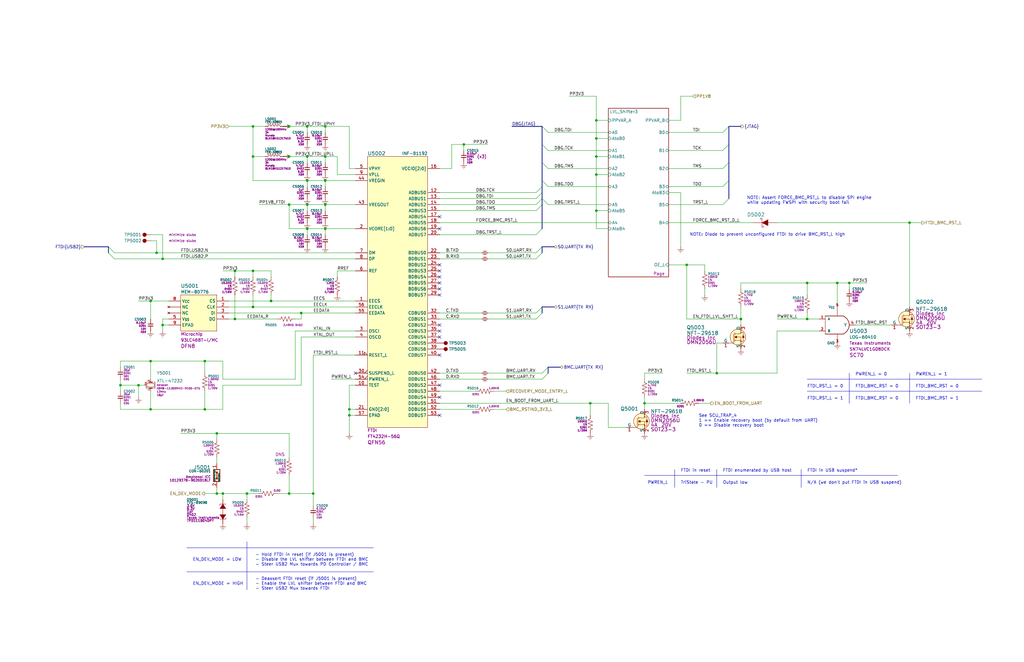
<source format=kicad_sch>
(kicad_sch (version 20231120) (generator "eeschema") (generator_version "8.0")
  (paper "B")
  (title_block (title "${PROJ}") (rev "${REV}") (company "${RPN}") (comment 1 "FTDI"))
  (junction (at 340.36 119.38))
  (junction (at 93.98 208.28))
  (junction (at 251.46 58.42))
  (junction (at 121.92 208.28))
  (junction (at 68.58 109.22))
  (junction (at 86.36 172.72))
  (junction (at 63.5 172.72))
  (junction (at 132.08 208.28))
  (junction (at 63.5 152.4))
  (junction (at 121.92 53.34))
  (junction (at 121.92 66.04))
  (junction (at 129.54 86.36))
  (junction (at 147.32 172.72))
  (junction (at 312.42 134.62))
  (junction (at 99.06 114.3))
  (junction (at 50.8 162.56))
  (junction (at 91.44 208.28))
  (junction (at 353.06 119.38))
  (junction (at 129.54 96.52))
  (junction (at 114.3 127))
  (junction (at 129.54 66.04))
  (junction (at 251.46 73.66))
  (junction (at 271.78 170.18))
  (junction (at 383.54 93.98))
  (junction (at 289.56 111.76))
  (junction (at 121.92 86.36))
  (junction (at 58.42 162.56))
  (junction (at 91.44 182.88))
  (junction (at 63.5 127))
  (junction (at 358.14 119.38))
  (junction (at 66.04 106.68))
  (junction (at 127 132.08))
  (junction (at 302.26 157.48))
  (junction (at 251.46 50.8))
  (junction (at 106.68 66.04))
  (junction (at 104.14 208.28))
  (junction (at 106.68 114.3))
  (junction (at 147.32 175.26))
  (junction (at 129.54 76.2))
  (junction (at 251.46 66.04))
  (junction (at 68.58 137.16))
  (junction (at 106.68 53.34))
  (junction (at 129.54 53.34))
  (junction (at 106.68 129.54))
  (junction (at 137.16 86.36))
  (junction (at 340.36 134.62))
  (junction (at 251.46 88.9))
  (junction (at 137.16 96.52))
  (junction (at 86.36 152.4))
  (junction (at 137.16 76.2))
  (junction (at 99.06 134.62))
  (junction (at 137.16 53.34))
  (junction (at 137.16 66.04))
  (junction (at 195.58 60.96))
  (junction (at 248.92 170.18))
  (no_connect (at 185.42 111.76))
  (no_connect (at 185.42 119.38))
  (no_connect (at 185.42 91.44))
  (no_connect (at 185.42 149.86))
  (no_connect (at 185.42 121.92))
  (no_connect (at 185.42 96.52))
  (no_connect (at 185.42 124.46))
  (no_connect (at 185.42 167.64))
  (no_connect (at 185.42 142.24))
  (no_connect (at 185.42 137.16))
  (no_connect (at 185.42 162.56))
  (no_connect (at 149.86 157.48))
  (no_connect (at 185.42 116.84))
  (no_connect (at 185.42 175.26))
  (no_connect (at 185.42 114.3))
  (no_connect (at 185.42 139.7))
  (bus_entry (at 226.06 81.28) (size 2.54 -2.54))
  (bus_entry (at 304.8 63.5) (size 2.54 -2.54))
  (bus_entry (at 304.8 55.88) (size 2.54 -2.54))
  (bus_entry (at 304.8 86.36) (size 2.54 -2.54))
  (bus_entry (at 226.06 106.68) (size 2.54 -2.54))
  (bus_entry (at 226.06 83.82) (size 2.54 -2.54))
  (bus_entry (at 226.06 88.9) (size 2.54 -2.54))
  (bus_entry (at 231.14 63.5) (size -2.54 -2.54))
  (bus_entry (at 231.14 86.36) (size -2.54 -2.54))
  (bus_entry (at 304.8 78.74) (size 2.54 -2.54))
  (bus_entry (at 231.14 154.94) (size -2.54 2.54))
  (bus_entry (at 48.26 106.68) (size -2.54 -2.54))
  (bus_entry (at 226.06 86.36) (size 2.54 -2.54))
  (bus_entry (at 226.06 109.22) (size 2.54 -2.54))
  (bus_entry (at 226.06 132.08) (size 2.54 -2.54))
  (bus_entry (at 231.14 157.48) (size -2.54 2.54))
  (bus_entry (at 48.26 109.22) (size -2.54 -2.54))
  (bus_entry (at 304.8 71.12) (size 2.54 -2.54))
  (bus_entry (at 231.14 71.12) (size -2.54 -2.54))
  (bus_entry (at 231.14 55.88) (size -2.54 -2.54))
  (bus_entry (at 226.06 134.62) (size 2.54 -2.54))
  (bus_entry (at 226.06 99.06) (size 2.54 -2.54))
  (bus_entry (at 231.14 78.74) (size -2.54 -2.54))
  (wire (pts (xy 205.74 157.48) (xy 228.6 157.48)))
  (wire (pts (xy 185.42 106.68) (xy 203.2 106.68)))
  (wire (pts (xy 91.44 182.88) (xy 91.44 185.42)))
  (wire (pts (xy 185.42 160.02) (xy 203.2 160.02)))
  (wire (pts (xy 129.54 96.52) (xy 137.16 96.52)))
  (wire (pts (xy 340.36 119.38) (xy 340.36 124.46)))
  (wire (pts (xy 251.46 66.04) (xy 251.46 73.66)))
  (wire (pts (xy 251.46 73.66) (xy 251.46 88.9)))
  (wire (pts (xy 142.24 114.3) (xy 149.86 114.3)))
  (wire (pts (xy 340.36 134.62) (xy 327.66 134.62)))
  (wire (pts (xy 93.98 160.02) (xy 124.46 160.02)))
  (wire (pts (xy 129.54 86.36) (xy 137.16 86.36)))
  (wire (pts (xy 297.18 111.76) (xy 297.18 114.3)))
  (bus (pts (xy 228.6 68.58) (xy 228.6 76.2)))
  (wire (pts (xy 137.16 53.34) (xy 147.32 53.34)))
  (wire (pts (xy 327.66 139.7) (xy 327.66 157.48)))
  (wire (pts (xy 289.56 111.76) (xy 297.18 111.76)))
  (wire (pts (xy 281.94 78.74) (xy 304.8 78.74)))
  (wire (pts (xy 302.26 157.48) (xy 327.66 157.48)))
  (wire (pts (xy 147.32 162.56) (xy 147.32 172.72)))
  (wire (pts (xy 340.36 119.38) (xy 353.06 119.38)))
  (bus (pts (xy 228.6 76.2) (xy 228.6 78.74)))
  (bus (pts (xy 307.34 53.34) (xy 307.34 60.96)))
  (wire (pts (xy 121.92 200.66) (xy 121.92 208.28)))
  (wire (pts (xy 345.44 134.62) (xy 340.36 134.62)))
  (wire (pts (xy 297.18 124.46) (xy 297.18 121.92)))
  (wire (pts (xy 137.16 86.36) (xy 149.86 86.36)))
  (wire (pts (xy 96.52 134.62) (xy 99.06 134.62)))
  (wire (pts (xy 137.16 86.36) (xy 137.16 88.9)))
  (wire (pts (xy 63.5 172.72) (xy 86.36 172.72)))
  (bus (pts (xy 215.9 53.34) (xy 228.6 53.34)))
  (wire (pts (xy 50.8 172.72) (xy 50.8 170.18)))
  (wire (pts (xy 63.5 165.1) (xy 63.5 172.72)))
  (wire (pts (xy 208.28 172.72) (xy 213.36 172.72)))
  (bus (pts (xy 228.6 81.28) (xy 228.6 83.82)))
  (wire (pts (xy 287.02 50.8) (xy 281.94 50.8)))
  (wire (pts (xy 195.58 60.96) (xy 205.74 60.96)))
  (wire (pts (xy 205.74 160.02) (xy 228.6 160.02)))
  (wire (pts (xy 185.42 132.08) (xy 203.2 132.08)))
  (wire (pts (xy 281.94 111.76) (xy 289.56 111.76)))
  (wire (pts (xy 93.98 162.56) (xy 93.98 172.72)))
  (wire (pts (xy 99.06 114.3) (xy 99.06 116.84)))
  (wire (pts (xy 63.5 127) (xy 63.5 134.62)))
  (wire (pts (xy 106.68 53.34) (xy 106.68 66.04)))
  (bus (pts (xy 307.34 60.96) (xy 307.34 68.58)))
  (wire (pts (xy 147.32 175.26) (xy 147.32 182.88)))
  (wire (pts (xy 106.68 114.3) (xy 106.68 116.84)))
  (wire (pts (xy 58.42 162.56) (xy 58.42 167.64)))
  (wire (pts (xy 68.58 137.16) (xy 71.12 137.16)))
  (wire (pts (xy 66.04 101.6) (xy 66.04 106.68)))
  (wire (pts (xy 50.8 162.56) (xy 58.42 162.56)))
  (wire (pts (xy 142.24 66.04) (xy 142.24 73.66)))
  (wire (pts (xy 93.98 208.28) (xy 93.98 210.82)))
  (wire (pts (xy 93.98 152.4) (xy 93.98 160.02)))
  (bus (pts (xy 233.68 129.54) (xy 228.6 129.54)))
  (wire (pts (xy 256.54 180.34) (xy 264.16 180.34)))
  (wire (pts (xy 106.68 114.3) (xy 114.3 114.3)))
  (wire (pts (xy 86.36 152.4) (xy 86.36 157.48)))
  (wire (pts (xy 48.26 109.22) (xy 68.58 109.22)))
  (wire (pts (xy 68.58 109.22) (xy 149.86 109.22)))
  (wire (pts (xy 340.36 132.08) (xy 340.36 134.62)))
  (wire (pts (xy 104.14 208.28) (xy 104.14 210.82)))
  (wire (pts (xy 251.46 50.8) (xy 256.54 50.8)))
  (wire (pts (xy 231.14 78.74) (xy 256.54 78.74)))
  (wire (pts (xy 205.74 134.62) (xy 226.06 134.62)))
  (wire (pts (xy 251.46 73.66) (xy 256.54 73.66)))
  (wire (pts (xy 294.64 170.18) (xy 299.72 170.18)))
  (wire (pts (xy 121.92 96.52) (xy 129.54 96.52)))
  (wire (pts (xy 312.42 134.62) (xy 312.42 137.16)))
  (wire (pts (xy 147.32 162.56) (xy 149.86 162.56)))
  (wire (pts (xy 129.54 53.34) (xy 129.54 55.88)))
  (bus (pts (xy 228.6 53.34) (xy 228.6 60.96)))
  (wire (pts (xy 231.14 71.12) (xy 256.54 71.12)))
  (wire (pts (xy 142.24 114.3) (xy 142.24 116.84)))
  (wire (pts (xy 58.42 162.56) (xy 60.96 162.56)))
  (wire (pts (xy 137.16 76.2) (xy 137.16 78.74)))
  (wire (pts (xy 63.5 99.06) (xy 68.58 99.06)))
  (wire (pts (xy 142.24 73.66) (xy 149.86 73.66)))
  (wire (pts (xy 185.42 86.36) (xy 226.06 86.36)))
  (wire (pts (xy 50.8 162.56) (xy 50.8 165.1)))
  (wire (pts (xy 147.32 172.72) (xy 149.86 172.72)))
  (wire (pts (xy 190.5 60.96) (xy 195.58 60.96)))
  (wire (pts (xy 358.14 119.38) (xy 358.14 121.92)))
  (bus (pts (xy 228.6 86.36) (xy 228.6 83.82)))
  (bus (pts (xy 231.14 154.94) (xy 231.14 157.48)))
  (wire (pts (xy 251.46 58.42) (xy 256.54 58.42)))
  (wire (pts (xy 132.08 149.86) (xy 149.86 149.86)))
  (wire (pts (xy 289.56 157.48) (xy 302.26 157.48)))
  (wire (pts (xy 68.58 134.62) (xy 68.58 137.16)))
  (wire (pts (xy 139.7 160.02) (xy 149.86 160.02)))
  (wire (pts (xy 129.54 76.2) (xy 129.54 78.74)))
  (wire (pts (xy 281.94 55.88) (xy 304.8 55.88)))
  (wire (pts (xy 63.5 101.6) (xy 66.04 101.6)))
  (wire (pts (xy 240.03 40.64) (xy 251.46 40.64)))
  (wire (pts (xy 205.74 109.22) (xy 226.06 109.22)))
  (wire (pts (xy 127 142.24) (xy 127 162.56)))
  (wire (pts (xy 96.52 53.34) (xy 106.68 53.34)))
  (wire (pts (xy 147.32 175.26) (xy 149.86 175.26)))
  (polyline (pts (xy 358.14 157.48) (xy 358.14 170.18)))
  (wire (pts (xy 289.56 134.62) (xy 312.42 134.62)))
  (wire (pts (xy 121.92 53.34) (xy 129.54 53.34)))
  (wire (pts (xy 96.52 132.08) (xy 127 132.08)))
  (wire (pts (xy 93.98 162.56) (xy 127 162.56)))
  (bus (pts (xy 307.34 76.2) (xy 307.34 83.82)))
  (wire (pts (xy 93.98 208.28) (xy 104.14 208.28)))
  (wire (pts (xy 114.3 114.3) (xy 114.3 116.84)))
  (wire (pts (xy 147.32 172.72) (xy 147.32 175.26)))
  (wire (pts (xy 281.94 71.12) (xy 304.8 71.12)))
  (bus (pts (xy 307.34 53.34) (xy 312.42 53.34)))
  (wire (pts (xy 271.78 167.64) (xy 271.78 170.18)))
  (wire (pts (xy 129.54 53.34) (xy 137.16 53.34)))
  (wire (pts (xy 248.92 170.18) (xy 256.54 170.18)))
  (polyline (pts (xy 271.78 200.66) (xy 378.46 200.66)))
  (wire (pts (xy 106.68 124.46) (xy 106.68 129.54)))
  (wire (pts (xy 271.78 157.48) (xy 271.78 160.02)))
  (wire (pts (xy 147.32 71.12) (xy 149.86 71.12)))
  (wire (pts (xy 106.68 66.04) (xy 106.68 76.2)))
  (wire (pts (xy 106.68 66.04) (xy 111.76 66.04)))
  (wire (pts (xy 121.92 208.28) (xy 132.08 208.28)))
  (wire (pts (xy 231.14 86.36) (xy 256.54 86.36)))
  (wire (pts (xy 251.46 58.42) (xy 251.46 66.04)))
  (wire (pts (xy 127 134.62) (xy 124.46 134.62)))
  (wire (pts (xy 137.16 96.52) (xy 137.16 99.06)))
  (bus (pts (xy 45.72 104.14) (xy 45.72 106.68)))
  (wire (pts (xy 104.14 220.98) (xy 104.14 218.44)))
  (polyline (pts (xy 340.36 165.1) (xy 414.02 165.1)))
  (wire (pts (xy 114.3 127) (xy 149.86 127)))
  (wire (pts (xy 76.2 182.88) (xy 91.44 182.88)))
  (wire (pts (xy 93.98 152.4) (xy 86.36 152.4)))
  (wire (pts (xy 185.42 170.18) (xy 248.92 170.18)))
  (polyline (pts (xy 78.74 241.3) (xy 157.48 241.3)))
  (wire (pts (xy 129.54 66.04) (xy 129.54 68.58)))
  (wire (pts (xy 124.46 139.7) (xy 149.86 139.7)))
  (wire (pts (xy 231.14 55.88) (xy 256.54 55.88)))
  (wire (pts (xy 121.92 86.36) (xy 121.92 96.52)))
  (wire (pts (xy 91.44 193.04) (xy 91.44 195.58)))
  (wire (pts (xy 104.14 208.28) (xy 109.22 208.28)))
  (wire (pts (xy 48.26 106.68) (xy 66.04 106.68)))
  (wire (pts (xy 383.54 93.98) (xy 383.54 129.54)))
  (wire (pts (xy 129.54 66.04) (xy 137.16 66.04)))
  (wire (pts (xy 327.66 93.98) (xy 383.54 93.98)))
  (wire (pts (xy 121.92 66.04) (xy 129.54 66.04)))
  (wire (pts (xy 251.46 96.52) (xy 256.54 96.52)))
  (bus (pts (xy 228.6 86.36) (xy 228.6 96.52)))
  (bus (pts (xy 231.14 154.94) (xy 236.22 154.94)))
  (bus (pts (xy 228.6 60.96) (xy 228.6 68.58)))
  (wire (pts (xy 251.46 40.64) (xy 251.46 50.8)))
  (polyline (pts (xy 340.36 160.02) (xy 414.02 160.02)))
  (wire (pts (xy 96.52 129.54) (xy 106.68 129.54)))
  (wire (pts (xy 205.74 106.68) (xy 226.06 106.68)))
  (wire (pts (xy 106.68 53.34) (xy 111.76 53.34)))
  (wire (pts (xy 127 132.08) (xy 149.86 132.08)))
  (wire (pts (xy 208.28 165.1) (xy 213.36 165.1)))
  (wire (pts (xy 124.46 139.7) (xy 124.46 160.02)))
  (wire (pts (xy 251.46 66.04) (xy 256.54 66.04)))
  (wire (pts (xy 287.02 81.28) (xy 287.02 104.14)))
  (wire (pts (xy 185.42 157.48) (xy 203.2 157.48)))
  (wire (pts (xy 302.26 157.48) (xy 302.26 144.78)))
  (wire (pts (xy 63.5 152.4) (xy 86.36 152.4)))
  (wire (pts (xy 132.08 149.86) (xy 132.08 208.28)))
  (wire (pts (xy 185.42 165.1) (xy 200.66 165.1)))
  (wire (pts (xy 99.06 124.46) (xy 99.06 134.62)))
  (wire (pts (xy 256.54 170.18) (xy 256.54 180.34)))
  (wire (pts (xy 312.42 129.54) (xy 312.42 134.62)))
  (wire (pts (xy 63.5 152.4) (xy 63.5 160.02)))
  (wire (pts (xy 96.52 127) (xy 114.3 127)))
  (wire (pts (xy 137.16 66.04) (xy 137.16 68.58)))
  (wire (pts (xy 137.16 76.2) (xy 149.86 76.2)))
  (polyline (pts (xy 78.74 231.14) (xy 157.48 231.14)))
  (wire (pts (xy 327.66 139.7) (xy 345.44 139.7)))
  (wire (pts (xy 281.94 86.36) (xy 304.8 86.36)))
  (wire (pts (xy 302.26 144.78) (xy 304.8 144.78)))
  (wire (pts (xy 353.06 119.38) (xy 358.14 119.38)))
  (wire (pts (xy 137.16 53.34) (xy 137.16 55.88)))
  (wire (pts (xy 91.44 208.28) (xy 93.98 208.28)))
  (wire (pts (xy 137.16 96.52) (xy 149.86 96.52)))
  (wire (pts (xy 132.08 208.28) (xy 132.08 213.36)))
  (wire (pts (xy 383.54 93.98) (xy 388.62 93.98)))
  (wire (pts (xy 185.42 109.22) (xy 203.2 109.22)))
  (wire (pts (xy 312.42 119.38) (xy 312.42 121.92)))
  (wire (pts (xy 271.78 170.18) (xy 271.78 172.72)))
  (bus (pts (xy 233.68 104.14) (xy 228.6 104.14)))
  (polyline (pts (xy 104.14 228.6) (xy 104.14 248.92)))
  (wire (pts (xy 129.54 76.2) (xy 137.16 76.2)))
  (wire (pts (xy 281.94 93.98) (xy 317.5 93.98)))
  (wire (pts (xy 281.94 81.28) (xy 287.02 81.28)))
  (bus (pts (xy 35.56 104.14) (xy 45.72 104.14)))
  (wire (pts (xy 129.54 96.52) (xy 129.54 99.06)))
  (wire (pts (xy 91.44 205.74) (xy 91.44 208.28)))
  (wire (pts (xy 358.14 119.38) (xy 365.76 119.38)))
  (polyline (pts (xy 302.26 198.12) (xy 302.26 205.74)))
  (wire (pts (xy 185.42 83.82) (xy 226.06 83.82)))
  (wire (pts (xy 63.5 172.72) (xy 50.8 172.72)))
  (wire (pts (xy 271.78 157.48) (xy 279.4 157.48)))
  (wire (pts (xy 185.42 172.72) (xy 200.66 172.72)))
  (wire (pts (xy 360.68 137.16) (xy 375.92 137.16)))
  (wire (pts (xy 119.38 66.04) (xy 121.92 66.04)))
  (wire (pts (xy 86.36 165.1) (xy 86.36 172.72)))
  (wire (pts (xy 185.42 99.06) (xy 226.06 99.06)))
  (wire (pts (xy 312.42 119.38) (xy 340.36 119.38)))
  (wire (pts (xy 121.92 86.36) (xy 129.54 86.36)))
  (wire (pts (xy 281.94 63.5) (xy 304.8 63.5)))
  (wire (pts (xy 127 132.08) (xy 127 134.62)))
  (polyline (pts (xy 383.54 157.48) (xy 383.54 170.18)))
  (wire (pts (xy 50.8 154.94) (xy 50.8 152.4)))
  (wire (pts (xy 205.74 132.08) (xy 226.06 132.08)))
  (wire (pts (xy 116.84 208.28) (xy 121.92 208.28)))
  (wire (pts (xy 63.5 152.4) (xy 50.8 152.4)))
  (bus (pts (xy 307.34 68.58) (xy 307.34 76.2)))
  (wire (pts (xy 99.06 114.3) (xy 106.68 114.3)))
  (wire (pts (xy 86.36 172.72) (xy 93.98 172.72)))
  (wire (pts (xy 251.46 88.9) (xy 251.46 96.52)))
  (wire (pts (xy 251.46 88.9) (xy 256.54 88.9)))
  (wire (pts (xy 68.58 137.16) (xy 68.58 139.7)))
  (wire (pts (xy 185.42 81.28) (xy 226.06 81.28)))
  (wire (pts (xy 66.04 106.68) (xy 149.86 106.68)))
  (polyline (pts (xy 337.82 198.12) (xy 337.82 205.74)))
  (polyline (pts (xy 284.48 198.12) (xy 284.48 205.74)))
  (wire (pts (xy 114.3 124.46) (xy 114.3 127)))
  (bus (pts (xy 228.6 129.54) (xy 228.6 132.08)))
  (wire (pts (xy 86.36 208.28) (xy 91.44 208.28)))
  (wire (pts (xy 147.32 53.34) (xy 147.32 71.12)))
  (wire (pts (xy 132.08 218.44) (xy 132.08 220.98)))
  (wire (pts (xy 91.44 182.88) (xy 121.92 182.88)))
  (wire (pts (xy 353.06 119.38) (xy 353.06 129.54)))
  (wire (pts (xy 63.5 127) (xy 71.12 127)))
  (wire (pts (xy 68.58 134.62) (xy 71.12 134.62)))
  (wire (pts (xy 99.06 134.62) (xy 116.84 134.62)))
  (wire (pts (xy 185.42 93.98) (xy 256.54 93.98)))
  (wire (pts (xy 271.78 170.18) (xy 287.02 170.18)))
  (bus (pts (xy 228.6 104.14) (xy 228.6 106.68)))
  (wire (pts (xy 109.22 86.36) (xy 121.92 86.36)))
  (wire (pts (xy 190.5 60.96) (xy 190.5 71.12)))
  (wire (pts (xy 127 142.24) (xy 149.86 142.24)))
  (wire (pts (xy 248.92 170.18) (xy 248.92 175.26)))
  (wire (pts (xy 106.68 76.2) (xy 129.54 76.2)))
  (wire (pts (xy 231.14 63.5) (xy 256.54 63.5)))
  (wire (pts (xy 287.02 40.64) (xy 287.02 50.8)))
  (wire (pts (xy 185.42 71.12) (xy 190.5 71.12)))
  (wire (pts (xy 185.42 134.62) (xy 203.2 134.62)))
  (wire (pts (xy 289.56 111.76) (xy 289.56 134.62)))
  (wire (pts (xy 93.98 114.3) (xy 99.06 114.3)))
  (wire (pts (xy 137.16 66.04) (xy 142.24 66.04)))
  (wire (pts (xy 119.38 53.34) (xy 121.92 53.34)))
  (wire (pts (xy 129.54 86.36) (xy 129.54 88.9)))
  (wire (pts (xy 58.42 127) (xy 63.5 127)))
  (wire (pts (xy 50.8 160.02) (xy 50.8 162.56)))
  (wire (pts (xy 106.68 129.54) (xy 149.86 129.54)))
  (bus (pts (xy 228.6 78.74) (xy 228.6 81.28)))
  (wire (pts (xy 185.42 88.9) (xy 226.06 88.9)))
  (wire (pts (xy 251.46 50.8) (xy 251.46 58.42)))
  (wire (pts (xy 287.02 40.64) (xy 292.1 40.64)))
  (wire (pts (xy 68.58 99.06) (xy 68.58 109.22)))
  (wire (pts (xy 121.92 182.88) (xy 121.92 193.04)))
  (wire (pts (xy 195.58 60.96) (xy 195.58 63.5)))
  (text " - Deassert FTDI reset (if J5001 is present)\n - Enable the LVL shifter between FTDI and BMC\n - Steer USB2 Mux towards FTDI" (at 106.68 246.38 0) (effects (font (size 1.27 1.27)) (justify left)))
  (text "EN_DEV_MODE = HIGH" (at 81.28 246.38 0) (effects (font (size 1.27 1.27)) (justify left)))
  (text "Output low" (at 304.8 204.47 0) (effects (font (size 1.27 1.27)) (justify left bottom)))
  (text "N/A (we don't put FTDI in USB suspend)" (at 340.36 204.47 0) (effects (font (size 1.27 1.27)) (justify left bottom)))
  (text "FTDI enumerated by USB host" (at 304.8 199.39 0) (effects (font (size 1.27 1.27)) (justify left bottom)))
  (text " - Hold FTDI in reset (if J5001 is present)\n - Disable the LVL shifter between FTDI and BMC\n - Steer USB2 Mux towards PD Controller / BMC" (at 106.68 236.22 0) (effects (font (size 1.27 1.27)) (justify left)))
  (text "TriState - PU" (at 287.02 204.47 0) (effects (font (size 1.27 1.27)) (justify left bottom)))
  (text "FTDI_RST_L = 1" (at 340.36 168.91 0) (effects (font (size 1.27 1.27)) (justify left bottom)))
  (text "FTDI in reset" (at 287.02 199.39 0) (effects (font (size 1.27 1.27)) (justify left bottom)))
  (text "FTDI_BMC_RST = 0" (at 360.68 163.83 0) (effects (font (size 1.27 1.27)) (justify left bottom)))
  (text "PWREN_L = 0" (at 360.68 158.75 0) (effects (font (size 1.27 1.27)) (justify left bottom)))
  (text "EN_DEV_MODE = LOW" (at 81.28 236.22 0) (effects (font (size 1.27 1.27)) (justify left)))
  (text "FTDI_RST_L = 0" (at 340.36 163.83 0) (effects (font (size 1.27 1.27)) (justify left bottom)))
  (text "NOTE: Assert FORCE_BMC_RST_L to disable SPI engine \nwhile updating FWSPI with security boot fail" (at 314.96 86.36 0) (effects (font (size 1.27 1.27)) (justify left bottom)))
  (text "See SCU_TRAP_4\n1 == Enable recovery boot (by default from UART)\n0 == Disable recovery boot" (at 294.64 180.34 0) (effects (font (size 1.27 1.27)) (justify left bottom)))
  (text "PWREN_L" (at 273.05 204.47 0) (effects (font (size 1.27 1.27)) (justify left bottom)))
  (text "FTDI in USB suspend*" (at 340.36 199.39 0) (effects (font (size 1.27 1.27)) (justify left bottom)))
  (text "FTDI_BMC_RST = 0" (at 360.68 168.91 0) (effects (font (size 1.27 1.27)) (justify left bottom)))
  (text "PWREN_L = 1" (at 386.08 158.75 0) (effects (font (size 1.27 1.27)) (justify left bottom)))
  (text "NOTE: Diode to prevent unconfigured FTDI to drive BMC_RST_L high" (at 290.83 99.06 0) (effects (font (size 1.27 1.27)) (justify left)))
  (text "FTDI_BMC_RST = 1" (at 386.08 168.91 0) (effects (font (size 1.27 1.27)) (justify left bottom)))
  (text "FTDI_BMC_RST = 0" (at 386.08 163.83 0) (effects (font (size 1.27 1.27)) (justify left bottom)))
  (label "DBG.TDO" (at 200.66 86.36 0))
  (label "RREF" (at 142.24 114.3 0))
  (label "S1.UART.RX" (at 213.36 132.08 0))
  (label "C.TXD" (at 187.96 132.08 0))
  (label "PP3V3" (at 58.42 127 0))
  (label "XTAL_OUT" (at 132.08 142.24 0))
  (label "PP3V3_FTDI_VPLL" (at 124.46 66.04 0))
  (label "EECS" (at 132.08 127 0))
  (label "DBG.TRST_L" (at 200.66 99.06 0))
  (label "S0.UART.RX" (at 213.36 106.68 0))
  (label "TCK" (at 292.1 63.5 0))
  (label "BMC.UART.TX" (at 213.36 160.02 0))
  (label "FORCE_BMC_RST_L" (at 200.66 93.98 0))
  (label "DBG.TCK" (at 200.66 81.28 0))
  (label "EN_FTDI_LVL_SHFT_L" (at 292.1 134.62 0))
  (label "PP3V3_FTDI_VPHY" (at 124.46 53.34 0))
  (label "DBG.TCK" (at 233.68 63.5 0))
  (label "PP3V3" (at 93.98 114.3 0))
  (label "C.RXD" (at 187.96 134.62 0))
  (label "S1.UART.TX" (at 213.36 134.62 0))
  (label "FORCE_BMC_RST_D_L" (at 292.1 93.98 0))
  (label "BMC.UART.RX" (at 213.36 157.48 0))
  (label "TDI" (at 292.1 55.88 0))
  (label "PP1V8_FTDI" (at 109.22 86.36 0))
  (label "XTAL_IN" (at 132.08 139.7 0))
  (label "D.RXD" (at 187.96 160.02 0))
  (label "DBG.TMS" (at 233.68 71.12 0))
  (label "EECLK" (at 132.08 129.54 0))
  (label "TMS" (at 292.1 71.12 0))
  (label "PWREN_L" (at 327.66 134.62 0))
  (label "DBG.TDI" (at 200.66 83.82 0))
  (label "PP3V3" (at 76.2 182.88 0))
  (label "FTDI.USB2.N" (at 76.2 106.68 0))
  (label "TDO" (at 292.1 78.74 0))
  (label "DBG{JTAG}" (at 215.9 53.34 0))
  (label "D.TXD" (at 187.96 157.48 0))
  (label "DBG.TDI" (at 233.68 55.88 0))
  (label "FTDI_RST_L" (at 289.56 157.48 0))
  (label "PP3V3" (at 240.03 40.64 0))
  (label "PP3V3" (at 365.76 119.38 180))
  (label "S0.UART.TX" (at 213.36 109.22 0))
  (label "DBG.TMS" (at 200.66 88.9 0))
  (label "EEDATA_R" (at 104.14 134.62 0))
  (label "TRST_L" (at 292.1 86.36 0))
  (label "FTDI.USB2.P" (at 76.2 109.22 0))
  (label "PP3V3" (at 205.74 60.96 180))
  (label "PWREN_L" (at 139.7 160.02 0))
  (label "FTDI_RST_L" (at 132.08 149.86 0))
  (label "EN_BOOT_FROM_UART_L" (at 213.36 170.18 0))
  (label "B.TXD" (at 187.96 106.68 0))
  (label "DBG.TRST_L" (at 233.68 86.36 0))
  (label "FTDI_BMC_RST" (at 360.68 137.16 0))
  (label "DBG.TDO" (at 233.68 78.74 0))
  (label "PP3V3" (at 279.4 157.48 180))
  (label "EEDATA" (at 132.08 132.08 0))
  (label "B.RXD" (at 187.96 109.22 0))
  (hierarchical_label "FTDI{USB2}" (shape input) (at 35.56 104.14 180))
  (hierarchical_label "S1.UART{TX RX}" (shape bidirectional) (at 233.68 129.54 0))
  (hierarchical_label "BMC_RSTIND_3V3_L" (shape input) (at 213.36 172.72 0))
  (hierarchical_label "{JTAG}" (shape output) (at 312.42 53.34 0))
  (hierarchical_label "FTDI_BMC_RST_L" (shape output) (at 388.62 93.98 0))
  (hierarchical_label "S0.UART{TX RX}" (shape bidirectional) (at 233.68 104.14 0))
  (hierarchical_label "RECOVERY_MODE_ENTRY_L" (shape input) (at 213.36 165.1 0))
  (hierarchical_label "BMC.UART{TX RX}" (shape bidirectional) (at 236.22 154.94 0))
  (hierarchical_label "EN_BOOT_FROM_UART" (shape output) (at 299.72 170.18 0))
  (hierarchical_label "PP1V8" (shape input) (at 292.1 40.64 0))
  (hierarchical_label "PP3V3" (shape input) (at 96.52 53.34 180))
  (hierarchical_label "EN_DEV_MODE" (shape output) (at 86.36 208.28 180))
  (symbol (lib_id "Power:GND") (at 248.92 182.88 0) (unit 1) (in_bom no) (on_board no)
    (property "Reference" "#PWR05019" (effects (hide yes)))
    (property "Value" "GND" (effects (hide yes)))
    (property "Description" "Power symbol creates a global label with name \"GND\"" (effects (hide yes)))
  )
  (symbol (lib_id "Netlist:NET-10002") (at 204.47 134.62 0) (unit 1) (in_bom no) (on_board no)
    (property "Reference" "NT5005" (effects (hide yes)))
    (property "Value" "NET-10002" (effects (hide yes)))
    (property "Description" "Net tie, merges nets" (effects (hide yes)))
  )
  (symbol (lib_id "Resistors:RES-5100B") (at 114.3 120.65 0) (mirror y) (unit 1)
    (property "Reference" "R5004" (at 113.03 118.11 0) (effects (font (size 1 1)) (justify left)))
    (property "Value" "RES-5100B" (effects (hide yes)))
    (property "Description" "RES, 10.0KΩ, 1%, 0402, 1/16W, <100V, 0.40mm" (effects (hide yes)))
    (property "val" "10.0KΩ" (at 113.03 119.38 0) (effects (font (size 0.8 0.8)) (justify left)))
    (property "tol" "1%" (at 113.03 120.65 0) (effects (font (size 0.8 0.8)) (justify left)))
    (property "Sim.Device" "R" (effects (hide yes)))
    (property "pkg" "0402" (at 113.03 121.92 0) (effects (font (size 0.8 0.8)) (justify left)))
    (property "Sim.Pins" "1=+ 2=-" (effects (hide yes)))
    (property "pwr" "1/16W" (at 113.03 123.19 0) (effects (font (size 0.8 0.8)) (justify left)))
    (property "Sim.Params" "r=\"${val}\"" (effects (hide yes)))
    (property "height" "0.40mm" (effects (hide yes)))
  )
  (symbol (lib_id "Resistors:RES-4100A") (at 121.92 196.85 0) (mirror y) (unit 1)
    (property "Reference" "R5010" (at 120.65 194.31 0) (effects (font (size 1 1)) (justify left)))
    (property "Value" "RES-4100A" (effects (hide yes)))
    (property "Description" "RES, 1.00KΩ, 1%, 0201, 1/20W, <50V, 0.26mm" (effects (hide yes)))
    (property "val" "1.00KΩ" (at 120.65 195.58 0) (effects (font (size 0.8 0.8)) (justify left)))
    (property "tol" "1%" (at 120.65 196.85 0) (effects (font (size 0.8 0.8)) (justify left)))
    (property "Sim.Device" "R" (effects (hide yes)))
    (property "pkg" "0201" (at 120.65 198.12 0) (effects (font (size 0.8 0.8)) (justify left)))
    (property "Sim.Pins" "1=+ 2=-" (effects (hide yes)))
    (property "pwr" "1/20W" (at 120.65 199.39 0) (effects (font (size 0.8 0.8)) (justify left)))
    (property "Sim.Params" "r=\"${val}\"" (effects (hide yes)))
    (property "height" "0.26mm" (effects (hide yes)))
    (property "BOM" "DNS" (at 118.11 191.77 0))
  )
  (symbol (lib_id "Resistors:RES-6100A") (at 297.18 118.11 0) (unit 1)
    (property "Reference" "R5013" (at 298.45 115.57 0) (effects (font (size 1 1)) (justify left)))
    (property "Value" "RES-6100A" (effects (hide yes)))
    (property "Description" "RES, 100KΩ, 1%, 0201, 1/20W, <50V, 0.26mm" (effects (hide yes)))
    (property "val" "100KΩ" (at 298.45 116.84 0) (effects (font (size 0.8 0.8)) (justify left)))
    (property "tol" "1%" (at 298.45 118.11 0) (effects (font (size 0.8 0.8)) (justify left)))
    (property "Sim.Device" "R" (effects (hide yes)))
    (property "pkg" "0201" (at 298.45 119.38 0) (effects (font (size 0.8 0.8)) (justify left)))
    (property "Sim.Pins" "1=+ 2=-" (effects (hide yes)))
    (property "pwr" "1/20W" (at 298.45 120.65 0) (effects (font (size 0.8 0.8)) (justify left)))
    (property "Sim.Params" "r=\"${val}\"" (effects (hide yes)))
    (property "height" "0.26mm" (effects (hide yes)))
  )
  (symbol (lib_id "Capacitors, ceramic, Murata:CCM-230AA") (at 50.8 167.64 0) (unit 1)
    (property "Reference" "C5002" (at 52.07 165.1 0) (effects (font (size 1 1)) (justify left)))
    (property "Value" "CCM-230AA" (effects (hide yes)))
    (property "Description" "CAP, ceramic, 30pF, 0201, 50V, ±5%, C0G, 0.33 mm" (effects (hide yes)))
    (property "val" "30pF" (at 52.07 166.37 0) (effects (font (size 0.8 0.8)) (justify left)))
    (property "pkg" "0201" (at 52.07 167.64 0) (effects (font (size 0.8 0.8)) (justify left)))
    (property "volt" "50V" (at 52.07 168.91 0) (effects (font (size 0.8 0.8)) (justify left)))
    (property "type" "C0G" (at 52.07 170.18 0) (effects (font (size 0.8 0.8)) (justify left)))
    (property "tol" "±5%" (effects (hide yes)))
    (property "height" "0.33mm" (effects (hide yes)))
    (property "mpn" "GRM0335C1H300JA01" (effects (hide yes)))
    (property "mfr" "Murata" (effects (hide yes)))
    (property "Sim.Pins" "1=+ 2=-" (effects (hide yes)))
    (property "Sim.Device" "C" (effects (hide yes)))
    (property "Sim.Params" "c=${val}" (effects (hide yes)))
  )
  (symbol (lib_id "Capacitors, ceramic, Murata:CCM-610AA") (at 137.16 81.28 0) (mirror y) (unit 1)
    (property "Reference" "C5012" (at 135.89 78.74 0) (effects (font (size 1 1)) (justify left)))
    (property "Value" "CCM-610AA" (effects (hide yes)))
    (property "Description" "CAP, ceramic, 0.10µF, 0201, 10V, ±20%, X5R, 0.33 mm" (effects (hide yes)))
    (property "val" "0.10µF" (at 135.89 80.01 0) (effects (font (size 0.8 0.8)) (justify left)))
    (property "pkg" "0201" (at 135.89 81.28 0) (effects (font (size 0.8 0.8)) (justify left)))
    (property "mfr" "Murata" (effects (hide yes)))
    (property "Sim.Pins" "1=+ 2=-" (effects (hide yes)))
    (property "volt" "10V" (at 135.89 82.55 0) (effects (font (size 0.8 0.8)) (justify left)))
    (property "Sim.Device" "C" (effects (hide yes)))
    (property "type" "X5R" (at 135.89 83.82 0) (effects (font (size 0.8 0.8)) (justify left)))
    (property "Sim.Params" "c=${val}" (effects (hide yes)))
    (property "tol" "±20%" (effects (hide yes)))
    (property "height" "0.33mm" (effects (hide yes)))
    (property "mpn" "GRM033R61A104ME15" (effects (hide yes)))
  )
  (symbol (lib_id "Inductors:FRB-68805") (at 115.57 66.04 0) (unit 1)
    (property "Reference" "L5002" (at 111.76 62.865 0) (effects (font (size 1 1)) (justify left)))
    (property "Value" "FRB-68805" (at 111.76 64.135 0) (effects (font (size 0.8 0.8)) (justify left)))
    (property "Datasheet" "https://www.murata.com/products/productdata/8796738650142/ENFA0003.pdf" (effects (hide yes)))
    (property "Description" "FB, 120Ω@100MHz, 3A, 30mΩ, 0603" (effects (hide yes)))
    (property "imp" "120Ω@100MHz" (at 111.76 67.31 0) (effects (font (size 0.8 0.8)) (justify left)))
    (property "height" "0.75mm" (effects (hide yes)))
    (property "mfr" "Murata" (at 111.76 69.85 0) (effects (font (size 0.8 0.8)) (justify left)))
    (property "mpn" "BLM18KG121TN1D" (at 111.76 71.12 0) (effects (font (size 0.8 0.8)) (justify left)))
    (property "pkg" "0603" (effects (hide yes)))
    (property "Imax" "3A" (at 111.76 68.58 0) (effects (font (size 0.8 0.8)) (justify left)))
    (property "dcr" "30mΩ" (effects (hide yes)))
    (property "Sim.Device" "SUBCKT" (effects (hide yes)))
    (property "Sim.Pins" "1=port1 2=port2" (effects (hide yes)))
    (property "Sim.Library" "${RIVOS_SPICE_DIR}/BLM18KG121TN1.mod" (effects (hide yes)))
    (property "Sim.Name" "BLM18KG121TN1" (effects (hide yes)))
  )
  (symbol (lib_id "Power:GND") (at 147.32 182.88 0) (unit 1) (in_bom no) (on_board no)
    (property "Reference" "#PWR05017" (effects (hide yes)))
    (property "Value" "GND" (effects (hide yes)))
    (property "Description" "Power symbol creates a global label with name \"GND\"" (effects (hide yes)))
  )
  (symbol (lib_id "Power:GND") (at 129.54 60.96 0) (unit 1) (in_bom no) (on_board no)
    (property "Reference" "#PWR05005" (effects (hide yes)))
    (property "Value" "GND" (effects (hide yes)))
    (property "Description" "Power symbol creates a global label with name \"GND\"" (effects (hide yes)))
  )
  (symbol (lib_id "Capacitors, ceramic, Murata:CCM-610AA") (at 137.16 91.44 0) (mirror y) (unit 1)
    (property "Reference" "C5013" (at 135.89 88.9 0) (effects (font (size 1 1)) (justify left)))
    (property "Value" "CCM-610AA" (effects (hide yes)))
    (property "Description" "CAP, ceramic, 0.10µF, 0201, 10V, ±20%, X5R, 0.33 mm" (effects (hide yes)))
    (property "val" "0.10µF" (at 135.89 90.17 0) (effects (font (size 0.8 0.8)) (justify left)))
    (property "pkg" "0201" (at 135.89 91.44 0) (effects (font (size 0.8 0.8)) (justify left)))
    (property "mfr" "Murata" (effects (hide yes)))
    (property "Sim.Pins" "1=+ 2=-" (effects (hide yes)))
    (property "volt" "10V" (at 135.89 92.71 0) (effects (font (size 0.8 0.8)) (justify left)))
    (property "Sim.Device" "C" (effects (hide yes)))
    (property "type" "X5R" (at 135.89 93.98 0) (effects (font (size 0.8 0.8)) (justify left)))
    (property "Sim.Params" "c=${val}" (effects (hide yes)))
    (property "tol" "±20%" (effects (hide yes)))
    (property "height" "0.33mm" (effects (hide yes)))
    (property "mpn" "GRM033R61A104ME15" (effects (hide yes)))
  )
  (symbol (lib_id "Connectors:CON-60201") (at 91.44 200.66 90) (mirror x) (unit 1)
    (property "Reference" "J5001" (at 88.9 198.12 90) (effects (font (size 1.54 1.54)) (justify left bottom)))
    (property "Value" "CON-60201" (at 88.9 199.37 90) (effects (font (size 1 1)) (justify left bottom)))
    (property "Datasheet" "https://cdn.amphenol-icc.com/media/wysiwyg/files/documentation/datasheet/boardwiretoboard/bwb_econostik_254headers.pdf" (effects (hide yes)))
    (property "Description" "CON, 2x1, 0.1\", Vertical, PTH" (effects (hide yes)))
    (property "height" "8.38mm" (effects (hide yes)))
    (property "mfr" "Amphenol ICC" (at 88.9 200.66 90) (effects (font (size 1 1)) (justify left top)))
    (property "mpn" "10129378-902001BLF" (at 88.9 202.11 90) (effects (font (size 1 1)) (justify left top)))
    (property "min_pin_length" "2.80mm" (effects (hide yes)))
  )
  (symbol (lib_id "Capacitors, ceramic, Murata:CCM-610AA") (at 137.16 101.6 0) (mirror y) (unit 1)
    (property "Reference" "C5014" (at 135.89 99.06 0) (effects (font (size 1 1)) (justify left)))
    (property "Value" "CCM-610AA" (effects (hide yes)))
    (property "Description" "CAP, ceramic, 0.10µF, 0201, 10V, ±20%, X5R, 0.33 mm" (effects (hide yes)))
    (property "val" "0.10µF" (at 135.89 100.33 0) (effects (font (size 0.8 0.8)) (justify left)))
    (property "pkg" "0201" (at 135.89 101.6 0) (effects (font (size 0.8 0.8)) (justify left)))
    (property "mfr" "Murata" (effects (hide yes)))
    (property "Sim.Pins" "1=+ 2=-" (effects (hide yes)))
    (property "volt" "10V" (at 135.89 102.87 0) (effects (font (size 0.8 0.8)) (justify left)))
    (property "Sim.Device" "C" (effects (hide yes)))
    (property "type" "X5R" (at 135.89 104.14 0) (effects (font (size 0.8 0.8)) (justify left)))
    (property "Sim.Params" "c=${val}" (effects (hide yes)))
    (property "tol" "±20%" (effects (hide yes)))
    (property "height" "0.33mm" (effects (hide yes)))
    (property "mpn" "GRM033R61A104ME15" (effects (hide yes)))
  )
  (symbol (lib_id "Power:GND") (at 132.08 220.98 0) (mirror y) (unit 1) (in_bom no) (on_board no)
    (property "Reference" "#PWR05010" (effects (hide yes)))
    (property "Value" "GND" (effects (hide yes)))
    (property "Description" "Power symbol creates a global label with name \"GND\"" (effects (hide yes)))
  )
  (symbol (lib_id "Power:GND") (at 129.54 83.82 0) (unit 1) (in_bom no) (on_board no)
    (property "Reference" "#PWR05007" (effects (hide yes)))
    (property "Value" "GND" (effects (hide yes)))
    (property "Description" "Power symbol creates a global label with name \"GND\"" (effects (hide yes)))
  )
  (symbol (lib_id "Power:GND") (at 129.54 104.14 0) (unit 1) (in_bom no) (on_board no)
    (property "Reference" "#PWR05009" (effects (hide yes)))
    (property "Value" "GND" (effects (hide yes)))
    (property "Description" "Power symbol creates a global label with name \"GND\"" (effects (hide yes)))
  )
  (symbol (lib_id "FETs and transistors:NFT-29618") (at 383.54 134.62 0) (unit 1)
    (property "Reference" "Q5002" (at 386.08 128.27 0) (effects (font (size 1.524 1.524)) (justify left bottom)))
    (property "Value" "NFT-29618" (at 386.08 129.54 0) (effects (font (size 1.524 1.524)) (justify left top)))
    (property "Datasheet" "https://www.diodes.com/assets/Datasheets/DMN2056U.pdf" (effects (hide yes)))
    (property "Description" "NMOS, 4A, 38mΩ @4.5V, <1V Vth, 20V Vds, SOT23-3" (effects (hide yes)))
    (property "Sim.Library" "${RIVOS_SPICE_DIR}/DMN2056U.mod" (effects (hide yes)))
    (property "Sim.Pins" "1=20 2=30 3=10" (effects (hide yes)))
    (property "Sim.Name" "DMN2056U" (effects (hide yes)))
    (property "mfr" "Diodes Inc" (at 386.08 131.445 0) (effects (font (size 1.524 1.524)) (justify left top)))
    (property "mpn" "DMN2056U" (at 386.08 133.35 0) (effects (font (size 1.524 1.524)) (justify left top)))
    (property "Ids" "4A" (at 386.08 135.255 0) (effects (font (size 1.524 1.524)) (justify left top)))
    (property "Rds[min]" "38mΩ @4.5V" (effects (hide yes)))
    (property "Rds[max]" "85mΩ @1.5V" (effects (hide yes)))
    (property "Vth" "<1V" (effects (hide yes)))
    (property "Vds" "20V" (at 390.525 135.255 0) (effects (font (size 1.524 1.524)) (justify left top)))
    (property "pkg" "SOT23-3" (at 386.08 137.16 0) (effects (font (size 1.524 1.524)) (justify left top)))
    (property "Vgs" "8V" (effects (hide yes)))
    (property "Vsd" "1.2V" (effects (hide yes)))
    (property "Ciss" "339pF" (effects (hide yes)))
    (property "Coss" "47pF" (effects (hide yes)))
    (property "Crss" "34pF" (effects (hide yes)))
    (property "Rg" "2.6Ω" (effects (hide yes)))
    (property "height" "1.15mm" (effects (hide yes)))
    (property "Sim.Device" "SUBCKT" (effects (hide yes)))
  )
  (symbol (lib_id "Resistors:RES-4249B") (at 120.65 134.62 90) (unit 1)
    (property "Reference" "R5005" (at 111.76 137.16 90) (effects (font (size 1 1)) (justify right)))
    (property "Value" "RES-4249B" (effects (hide yes)))
    (property "Description" "RES, 2.49KΩ, 1%, 0402, 1/16W, <100V, 0.40mm" (effects (hide yes)))
    (property "val" "2.49KΩ" (at 119.38 137.16 90) (effects (font (size 0.8 0.8)) (justify right)))
    (property "tol" "1%" (effects (hide yes)))
    (property "Sim.Device" "R" (effects (hide yes)))
    (property "pkg" "0402" (at 124.46 137.16 90) (effects (font (size 0.8 0.8)) (justify right)))
    (property "Sim.Pins" "1=+ 2=-" (effects (hide yes)))
    (property "pwr" "1/16W" (effects (hide yes)))
    (property "Sim.Params" "r=\"${val}\"" (effects (hide yes)))
    (property "height" "0.40mm" (effects (hide yes)))
  )
  (symbol (lib_id "Power:GND") (at 137.16 104.14 0) (unit 1) (in_bom no) (on_board no)
    (property "Reference" "#PWR05015" (effects (hide yes)))
    (property "Value" "GND" (effects (hide yes)))
    (property "Description" "Power symbol creates a global label with name \"GND\"" (effects (hide yes)))
  )
  (symbol (lib_id "Power:GND") (at 104.14 220.98 0) (mirror y) (unit 1) (in_bom no) (on_board no)
    (property "Reference" "#PWR05004" (effects (hide yes)))
    (property "Value" "GND" (effects (hide yes)))
    (property "Description" "Power symbol creates a global label with name \"GND\"" (effects (hide yes)))
  )
  (symbol (lib_id "Capacitors, ceramic, Murata:CCM-610AA") (at 132.08 215.9 0) (unit 1)
    (property "Reference" "C5009" (at 133.35 213.36 0) (effects (font (size 1 1)) (justify left)))
    (property "Value" "CCM-610AA" (effects (hide yes)))
    (property "Description" "CAP, ceramic, 0.10µF, 0201, 10V, ±20%, X5R, 0.33 mm" (effects (hide yes)))
    (property "val" "0.10µF" (at 133.35 214.63 0) (effects (font (size 0.8 0.8)) (justify left)))
    (property "pkg" "0201" (at 133.35 215.9 0) (effects (font (size 0.8 0.8)) (justify left)))
    (property "mfr" "Murata" (effects (hide yes)))
    (property "Sim.Pins" "1=+ 2=-" (effects (hide yes)))
    (property "volt" "10V" (at 133.35 217.17 0) (effects (font (size 0.8 0.8)) (justify left)))
    (property "Sim.Device" "C" (effects (hide yes)))
    (property "type" "X5R" (at 133.35 218.44 0) (effects (font (size 0.8 0.8)) (justify left)))
    (property "Sim.Params" "c=${val}" (effects (hide yes)))
    (property "tol" "±20%" (effects (hide yes)))
    (property "height" "0.33mm" (effects (hide yes)))
    (property "mpn" "GRM033R61A104ME15" (effects (hide yes)))
  )
  (symbol (lib_id "Mechanical:TST-01025") (at 185.42 144.78 0) (unit 1) (in_bom no)
    (property "Reference" "TP5003" (at 189.23 144.78 0) (effects (justify left)))
    (property "Value" "TST-01025" (effects (hide yes)))
    (property "Description" "Test point, 25mils" (effects (hide yes)))
  )
  (symbol (lib_id "Capacitors, ceramic, Murata:CCM-747BC") (at 129.54 71.12 0) (mirror y) (unit 1)
    (property "Reference" "C5005" (at 128.27 68.58 0) (effects (font (size 1 1)) (justify left)))
    (property "Value" "CCM-747BC" (effects (hide yes)))
    (property "Description" "CAP, ceramic, 4.7µF, 0402, 6.3V, ±20%, X5R, 0.60 mm" (effects (hide yes)))
    (property "val" "4.7µF" (at 128.27 69.85 0) (effects (font (size 0.8 0.8)) (justify left)))
    (property "pkg" "0402" (at 128.27 71.12 0) (effects (font (size 0.8 0.8)) (justify left)))
    (property "mfr" "Murata" (effects (hide yes)))
    (property "Sim.Pins" "1=+ 2=-" (effects (hide yes)))
    (property "volt" "6.3V" (at 128.27 72.39 0) (effects (font (size 0.8 0.8)) (justify left)))
    (property "Sim.Device" "C" (effects (hide yes)))
    (property "type" "X5R" (at 128.27 73.66 0) (effects (font (size 0.8 0.8)) (justify left)))
    (property "Sim.Params" "c=${val}" (effects (hide yes)))
    (property "tol" "±20%" (effects (hide yes)))
    (property "height" "0.60mm" (effects (hide yes)))
    (property "mpn" "GRM155R60J475ME47" (effects (hide yes)))
  )
  (symbol (lib_id "Resistors:RES-5100B") (at 104.14 214.63 0) (mirror y) (unit 1)
    (property "Reference" "R5009" (at 102.87 212.09 0) (effects (font (size 1 1)) (justify left)))
    (property "Value" "RES-5100B" (effects (hide yes)))
    (property "Description" "RES, 10.0KΩ, 1%, 0402, 1/16W, <100V, 0.40mm" (effects (hide yes)))
    (property "val" "10.0KΩ" (at 102.87 213.36 0) (effects (font (size 0.8 0.8)) (justify left)))
    (property "tol" "1%" (at 102.87 214.63 0) (effects (font (size 0.8 0.8)) (justify left)))
    (property "Sim.Device" "R" (effects (hide yes)))
    (property "pkg" "0402" (at 102.87 215.9 0) (effects (font (size 0.8 0.8)) (justify left)))
    (property "Sim.Pins" "1=+ 2=-" (effects (hide yes)))
    (property "pwr" "1/16W" (at 102.87 217.17 0) (effects (font (size 0.8 0.8)) (justify left)))
    (property "Sim.Params" "r=\"${val}\"" (effects (hide yes)))
    (property "height" "0.40mm" (effects (hide yes)))
  )
  (symbol (lib_id "Resistors:RES-4100A") (at 204.47 172.72 90) (unit 1)
    (property "Reference" "R5012" (at 199.39 171.45 90) (effects (font (size 1 1))))
    (property "Value" "RES-4100A" (effects (hide yes)))
    (property "Description" "RES, 1.00KΩ, 1%, 0201, 1/20W, <50V, 0.26mm" (effects (hide yes)))
    (property "val" "1.00KΩ" (at 208.28 171.45 90) (effects (font (size 0.8 0.8))))
    (property "tol" "1%" (effects (hide yes)))
    (property "Sim.Device" "R" (effects (hide yes)))
    (property "pkg" "0201" (at 200.66 173.99 90) (effects (font (size 0.8 0.8))))
    (property "Sim.Pins" "1=+ 2=-" (effects (hide yes)))
    (property "pwr" "1/20W" (effects (hide yes)))
    (property "Sim.Params" "r=\"${val}\"" (effects (hide yes)))
    (property "height" "0.26mm" (effects (hide yes)))
  )
  (symbol (lib_id "Resistors:RES-6100A") (at 340.36 128.27 0) (mirror y) (unit 1)
    (property "Reference" "R5019" (at 339.09 125.73 0) (effects (font (size 1 1)) (justify left)))
    (property "Value" "RES-6100A" (effects (hide yes)))
    (property "Description" "RES, 100KΩ, 1%, 0201, 1/20W, <50V, 0.26mm" (effects (hide yes)))
    (property "val" "100KΩ" (at 339.09 127 0) (effects (font (size 0.8 0.8)) (justify left)))
    (property "tol" "1%" (at 339.09 128.27 0) (effects (font (size 0.8 0.8)) (justify left)))
    (property "Sim.Device" "R" (effects (hide yes)))
    (property "pkg" "0201" (at 339.09 129.54 0) (effects (font (size 0.8 0.8)) (justify left)))
    (property "Sim.Pins" "1=+ 2=-" (effects (hide yes)))
    (property "pwr" "1/20W" (at 339.09 130.81 0) (effects (font (size 0.8 0.8)) (justify left)))
    (property "Sim.Params" "r=\"${val}\"" (effects (hide yes)))
    (property "height" "0.26mm" (effects (hide yes)))
  )
  (symbol (lib_id "Resistors:RES-5100B") (at 99.06 120.65 0) (mirror y) (unit 1)
    (property "Reference" "R5002" (at 97.79 118.11 0) (effects (font (size 1 1)) (justify left)))
    (property "Value" "RES-5100B" (effects (hide yes)))
    (property "Description" "RES, 10.0KΩ, 1%, 0402, 1/16W, <100V, 0.40mm" (effects (hide yes)))
    (property "val" "10.0KΩ" (at 97.79 119.38 0) (effects (font (size 0.8 0.8)) (justify left)))
    (property "tol" "1%" (at 97.79 120.65 0) (effects (font (size 0.8 0.8)) (justify left)))
    (property "Sim.Device" "R" (effects (hide yes)))
    (property "pkg" "0402" (at 97.79 121.92 0) (effects (font (size 0.8 0.8)) (justify left)))
    (property "Sim.Pins" "1=+ 2=-" (effects (hide yes)))
    (property "pwr" "1/16W" (at 97.79 123.19 0) (effects (font (size 0.8 0.8)) (justify left)))
    (property "Sim.Params" "r=\"${val}\"" (effects (hide yes)))
    (property "height" "0.40mm" (effects (hide yes)))
  )
  (symbol (lib_id "Power:PWR_FLAG") (at 121.92 53.34 0) (unit 1) (in_bom no) (on_board no)
    (property "Reference" "#FLG05001" (effects (hide yes)))
    (property "Value" "PWR_FLAG" (effects (hide yes)))
    (property "Description" "Special symbol for telling ERC where power comes from" (effects (hide yes)))
  )
  (symbol (lib_id "Resistors:RES-5100B") (at 106.68 120.65 0) (mirror y) (unit 1)
    (property "Reference" "R5003" (at 105.41 118.11 0) (effects (font (size 1 1)) (justify left)))
    (property "Value" "RES-5100B" (effects (hide yes)))
    (property "Description" "RES, 10.0KΩ, 1%, 0402, 1/16W, <100V, 0.40mm" (effects (hide yes)))
    (property "val" "10.0KΩ" (at 105.41 119.38 0) (effects (font (size 0.8 0.8)) (justify left)))
    (property "tol" "1%" (at 105.41 120.65 0) (effects (font (size 0.8 0.8)) (justify left)))
    (property "Sim.Device" "R" (effects (hide yes)))
    (property "pkg" "0402" (at 105.41 121.92 0) (effects (font (size 0.8 0.8)) (justify left)))
    (property "Sim.Pins" "1=+ 2=-" (effects (hide yes)))
    (property "pwr" "1/16W" (at 105.41 123.19 0) (effects (font (size 0.8 0.8)) (justify left)))
    (property "Sim.Params" "r=\"${val}\"" (effects (hide yes)))
    (property "height" "0.40mm" (effects (hide yes)))
  )
  (symbol (lib_id "Netlist:NET-10002") (at 204.47 132.08 0) (unit 1) (in_bom no) (on_board no)
    (property "Reference" "NT5004" (effects (hide yes)))
    (property "Value" "NET-10002" (effects (hide yes)))
    (property "Description" "Net tie, merges nets" (effects (hide yes)))
  )
  (symbol (lib_id "FETs and transistors:NFT-29618") (at 312.42 142.24 0) (unit 1)
    (property "Reference" "Q5003" (at 297.18 139.065 0) (effects (font (size 1.524 1.524)) (justify right bottom)))
    (property "Value" "NFT-29618" (at 289.56 139.7 0) (effects (font (size 1.524 1.524)) (justify left top)))
    (property "Datasheet" "https://www.diodes.com/assets/Datasheets/DMN2056U.pdf" (effects (hide yes)))
    (property "Description" "NMOS, 4A, 38mΩ @4.5V, <1V Vth, 20V Vds, SOT23-3" (effects (hide yes)))
    (property "Sim.Library" "${RIVOS_SPICE_DIR}/DMN2056U.mod" (effects (hide yes)))
    (property "Sim.Pins" "1=20 2=30 3=10" (effects (hide yes)))
    (property "Sim.Name" "DMN2056U" (effects (hide yes)))
    (property "mfr" "Diodes Inc" (at 289.56 141.605 0) (effects (font (size 1.524 1.524)) (justify left top)))
    (property "mpn" "DMN2056U" (at 289.56 143.51 0) (effects (font (size 1.524 1.524)) (justify left top)))
    (property "Ids" "4A" (effects (hide yes)))
    (property "Rds[min]" "38mΩ @4.5V" (effects (hide yes)))
    (property "Rds[max]" "85mΩ @1.5V" (effects (hide yes)))
    (property "Vth" "<1V" (effects (hide yes)))
    (property "Vds" "20V" (effects (hide yes)))
    (property "pkg" "SOT23-3" (effects (hide yes)))
    (property "Vgs" "8V" (effects (hide yes)))
    (property "Vsd" "1.2V" (effects (hide yes)))
    (property "Ciss" "339pF" (effects (hide yes)))
    (property "Coss" "47pF" (effects (hide yes)))
    (property "Crss" "34pF" (effects (hide yes)))
    (property "Rg" "2.6Ω" (effects (hide yes)))
    (property "height" "1.15mm" (effects (hide yes)))
    (property "Sim.Device" "SUBCKT" (effects (hide yes)))
  )
  (symbol (lib_id "Power:GND") (at 383.54 139.7 0) (mirror y) (unit 1) (in_bom no) (on_board no)
    (property "Reference" "#PWR05024" (effects (hide yes)))
    (property "Value" "GND" (effects (hide yes)))
    (property "Description" "Power symbol creates a global label with name \"GND\"" (effects (hide yes)))
  )
  (symbol (lib_id "Resistors:RES-6100A") (at 248.92 179.07 0) (mirror y) (unit 1)
    (property "Reference" "R5017" (at 247.65 176.53 0) (effects (font (size 1 1)) (justify left)))
    (property "Value" "RES-6100A" (effects (hide yes)))
    (property "Description" "RES, 100KΩ, 1%, 0201, 1/20W, <50V, 0.26mm" (effects (hide yes)))
    (property "val" "100KΩ" (at 247.65 177.8 0) (effects (font (size 0.8 0.8)) (justify left)))
    (property "tol" "1%" (at 247.65 179.07 0) (effects (font (size 0.8 0.8)) (justify left)))
    (property "Sim.Device" "R" (effects (hide yes)))
    (property "pkg" "0201" (at 247.65 180.34 0) (effects (font (size 0.8 0.8)) (justify left)))
    (property "Sim.Pins" "1=+ 2=-" (effects (hide yes)))
    (property "pwr" "1/20W" (at 247.65 181.61 0) (effects (font (size 0.8 0.8)) (justify left)))
    (property "Sim.Params" "r=\"${val}\"" (effects (hide yes)))
    (property "height" "0.26mm" (effects (hide yes)))
  )
  (symbol (lib_id "Power:GND") (at 297.18 124.46 0) (unit 1) (in_bom no) (on_board no)
    (property "Reference" "#PWR05027" (effects (hide yes)))
    (property "Value" "GND" (effects (hide yes)))
    (property "Description" "Power symbol creates a global label with name \"GND\"" (effects (hide yes)))
  )
  (symbol (lib_id "Power:PWR_FLAG") (at 121.92 66.04 0) (unit 1) (in_bom no) (on_board no)
    (property "Reference" "#FLG05002" (effects (hide yes)))
    (property "Value" "PWR_FLAG" (effects (hide yes)))
    (property "Description" "Special symbol for telling ERC where power comes from" (effects (hide yes)))
  )
  (symbol (lib_id "Netlist:NET-10002") (at 204.47 160.02 0) (unit 1) (in_bom no) (on_board no)
    (property "Reference" "NT5007" (effects (hide yes)))
    (property "Value" "NET-10002" (effects (hide yes)))
    (property "Description" "Net tie, merges nets" (effects (hide yes)))
  )
  (symbol (lib_id "Power:GND") (at 63.5 139.7 0) (unit 1) (in_bom no) (on_board no)
    (property "Reference" "#PWR05002" (effects (hide yes)))
    (property "Value" "GND" (effects (hide yes)))
    (property "Description" "Power symbol creates a global label with name \"GND\"" (effects (hide yes)))
  )
  (symbol (lib_id "Power:GND") (at 137.16 73.66 0) (unit 1) (in_bom no) (on_board no)
    (property "Reference" "#PWR05012" (effects (hide yes)))
    (property "Value" "GND" (effects (hide yes)))
    (property "Description" "Power symbol creates a global label with name \"GND\"" (effects (hide yes)))
  )
  (symbol (lib_id "TVS and ESD:TVS-89098") (at 93.98 215.9 0) (unit 1)
    (property "Reference" "D5001" (at 78.74 210.82 0) (effects (font (size 1 1)) (justify left)))
    (property "Value" "TVS-89098" (at 78.74 212.09 0) (effects (font (size 1 1)) (justify left)))
    (property "Datasheet" "https://www.ti.com/lit/ds/symlink/tpd1e1b04.pdf" (effects (hide yes)))
    (property "Description" "TVS, bidir, 1 signal, 1pF, 3.6V, 0402" (effects (hide yes)))
    (property "Cd" "1pF" (at 78.74 215.9 0) (effects (font (size 1 1)) (justify left)))
    (property "Vrwm" "3.6V" (at 78.74 213.36 0) (effects (font (size 1 1)) (justify left)))
    (property "Vcl" "6.3V" (at 78.74 214.63 0) (effects (font (size 1 1)) (justify left)))
    (property "mfr" "Texas Instruments" (at 78.74 218.44 0) (effects (font (size 1 1)) (justify left)))
    (property "mpn" "TPD1E1B04DPY" (at 78.74 219.71 0) (effects (font (size 1 1)) (justify left)))
    (property "pkg" "0402" (at 78.74 217.17 0) (effects (font (size 1 1)) (justify left)))
    (property "height" "0.45mm" (effects (hide yes)))
  )
  (symbol (lib_id "Power:GND") (at 68.58 139.7 0) (unit 1) (in_bom no) (on_board no)
    (property "Reference" "#PWR05003" (effects (hide yes)))
    (property "Value" "GND" (effects (hide yes)))
    (property "Description" "Power symbol creates a global label with name \"GND\"" (effects (hide yes)))
  )
  (symbol (lib_id "Netlist:NET-10002") (at 204.47 157.48 0) (unit 1) (in_bom no) (on_board no)
    (property "Reference" "NT5006" (effects (hide yes)))
    (property "Value" "NET-10002" (effects (hide yes)))
    (property "Description" "Net tie, merges nets" (effects (hide yes)))
  )
  (symbol (lib_id "Capacitors, ceramic, Murata:CCM-610AA") (at 137.16 71.12 0) (mirror y) (unit 1)
    (property "Reference" "C5011" (at 135.89 68.58 0) (effects (font (size 1 1)) (justify left)))
    (property "Value" "CCM-610AA" (effects (hide yes)))
    (property "Description" "CAP, ceramic, 0.10µF, 0201, 10V, ±20%, X5R, 0.33 mm" (effects (hide yes)))
    (property "val" "0.10µF" (at 135.89 69.85 0) (effects (font (size 0.8 0.8)) (justify left)))
    (property "pkg" "0201" (at 135.89 71.12 0) (effects (font (size 0.8 0.8)) (justify left)))
    (property "mfr" "Murata" (effects (hide yes)))
    (property "Sim.Pins" "1=+ 2=-" (effects (hide yes)))
    (property "volt" "10V" (at 135.89 72.39 0) (effects (font (size 0.8 0.8)) (justify left)))
    (property "Sim.Device" "C" (effects (hide yes)))
    (property "type" "X5R" (at 135.89 73.66 0) (effects (font (size 0.8 0.8)) (justify left)))
    (property "Sim.Params" "c=${val}" (effects (hide yes)))
    (property "tol" "±20%" (effects (hide yes)))
    (property "height" "0.33mm" (effects (hide yes)))
    (property "mpn" "GRM033R61A104ME15" (effects (hide yes)))
  )
  (symbol (lib_id "Power:GND") (at 137.16 93.98 0) (unit 1) (in_bom no) (on_board no)
    (property "Reference" "#PWR05014" (effects (hide yes)))
    (property "Value" "GND" (effects (hide yes)))
    (property "Description" "Power symbol creates a global label with name \"GND\"" (effects (hide yes)))
  )
  (symbol (lib_id "Power:GND") (at 137.16 83.82 0) (unit 1) (in_bom no) (on_board no)
    (property "Reference" "#PWR05013" (effects (hide yes)))
    (property "Value" "GND" (effects (hide yes)))
    (property "Description" "Power symbol creates a global label with name \"GND\"" (effects (hide yes)))
  )
  (symbol (lib_id "Capacitors, ceramic, Murata:CCM-710AD") (at 129.54 81.28 0) (mirror y) (unit 1)
    (property "Reference" "C5006" (at 128.27 78.74 0) (effects (font (size 1 1)) (justify left)))
    (property "Value" "CCM-710AD" (effects (hide yes)))
    (property "Description" "CAP, ceramic, 1µF, 0201, 10V, ±20%, X5R, 0.39 mm" (effects (hide yes)))
    (property "val" "1µF" (at 128.27 80.01 0) (effects (font (size 0.8 0.8)) (justify left)))
    (property "pkg" "0201" (at 128.27 81.28 0) (effects (font (size 0.8 0.8)) (justify left)))
    (property "mfr" "Murata" (effects (hide yes)))
    (property "volt" "10V" (at 128.27 82.55 0) (effects (font (size 0.8 0.8)) (justify left)))
    (property "Sim.Pins" "1=+ 2=-" (effects (hide yes)))
    (property "Sim.Device" "C" (effects (hide yes)))
    (property "type" "X5R" (at 128.27 83.82 0) (effects (font (size 0.8 0.8)) (justify left)))
    (property "Sim.Params" "c=${val}" (effects (hide yes)))
    (property "tol" "±20%" (effects (hide yes)))
    (property "height" "0.39mm" (effects (hide yes)))
    (property "mpn" "GRM033R61A105ME15" (effects (hide yes)))
  )
  (symbol (lib_id "Power:GND") (at 195.58 68.58 0) (mirror y) (unit 1) (in_bom no) (on_board no)
    (property "Reference" "#PWR05018" (effects (hide yes)))
    (property "Value" "GND" (effects (hide yes)))
    (property "Description" "Power symbol creates a global label with name \"GND\"" (effects (hide yes)))
  )
  (symbol (lib_id "Capacitors, ceramic, Murata:CCM-610AA") (at 129.54 101.6 0) (mirror y) (unit 1)
    (property "Reference" "C5008" (at 128.27 99.06 0) (effects (font (size 1 1)) (justify left)))
    (property "Value" "CCM-610AA" (effects (hide yes)))
    (property "Description" "CAP, ceramic, 0.10µF, 0201, 10V, ±20%, X5R, 0.33 mm" (effects (hide yes)))
    (property "val" "0.10µF" (at 128.27 100.33 0) (effects (font (size 0.8 0.8)) (justify left)))
    (property "pkg" "0201" (at 128.27 101.6 0) (effects (font (size 0.8 0.8)) (justify left)))
    (property "mfr" "Murata" (effects (hide yes)))
    (property "Sim.Pins" "1=+ 2=-" (effects (hide yes)))
    (property "volt" "10V" (at 128.27 102.87 0) (effects (font (size 0.8 0.8)) (justify left)))
    (property "Sim.Device" "C" (effects (hide yes)))
    (property "type" "X5R" (at 128.27 104.14 0) (effects (font (size 0.8 0.8)) (justify left)))
    (property "Sim.Params" "c=${val}" (effects (hide yes)))
    (property "tol" "±20%" (effects (hide yes)))
    (property "height" "0.33mm" (effects (hide yes)))
    (property "mpn" "GRM033R61A104ME15" (effects (hide yes)))
  )
  (symbol (lib_id "Mechanical:TST-01025") (at 185.42 147.32 0) (unit 1) (in_bom no)
    (property "Reference" "TP5005" (at 189.23 147.32 0) (effects (justify left)))
    (property "Value" "TST-01025" (effects (hide yes)))
    (property "Description" "Test point, 25mils" (effects (hide yes)))
  )
  (symbol (lib_id "Resistors:RES-4100A") (at 91.44 189.23 0) (mirror y) (unit 1)
    (property "Reference" "R5006" (at 90.17 186.69 0) (effects (font (size 1 1)) (justify left)))
    (property "Value" "RES-4100A" (effects (hide yes)))
    (property "Description" "RES, 1.00KΩ, 1%, 0201, 1/20W, <50V, 0.26mm" (effects (hide yes)))
    (property "val" "1.00KΩ" (at 90.17 187.96 0) (effects (font (size 0.8 0.8)) (justify left)))
    (property "tol" "1%" (at 90.17 189.23 0) (effects (font (size 0.8 0.8)) (justify left)))
    (property "Sim.Device" "R" (effects (hide yes)))
    (property "pkg" "0201" (at 90.17 190.5 0) (effects (font (size 0.8 0.8)) (justify left)))
    (property "Sim.Pins" "1=+ 2=-" (effects (hide yes)))
    (property "pwr" "1/20W" (at 90.17 191.77 0) (effects (font (size 0.8 0.8)) (justify left)))
    (property "Sim.Params" "r=\"${val}\"" (effects (hide yes)))
    (property "height" "0.26mm" (effects (hide yes)))
  )
  (symbol (lib_id "Capacitors, ceramic, Murata:CCM-610AA") (at 137.16 58.42 0) (mirror y) (unit 1)
    (property "Reference" "C5010" (at 135.89 55.88 0) (effects (font (size 1 1)) (justify left)))
    (property "Value" "CCM-610AA" (effects (hide yes)))
    (property "Description" "CAP, ceramic, 0.10µF, 0201, 10V, ±20%, X5R, 0.33 mm" (effects (hide yes)))
    (property "val" "0.10µF" (at 135.89 57.15 0) (effects (font (size 0.8 0.8)) (justify left)))
    (property "pkg" "0201" (at 135.89 58.42 0) (effects (font (size 0.8 0.8)) (justify left)))
    (property "mfr" "Murata" (effects (hide yes)))
    (property "Sim.Pins" "1=+ 2=-" (effects (hide yes)))
    (property "volt" "10V" (at 135.89 59.69 0) (effects (font (size 0.8 0.8)) (justify left)))
    (property "Sim.Device" "C" (effects (hide yes)))
    (property "type" "X5R" (at 135.89 60.96 0) (effects (font (size 0.8 0.8)) (justify left)))
    (property "Sim.Params" "c=${val}" (effects (hide yes)))
    (property "tol" "±20%" (effects (hide yes)))
    (property "height" "0.33mm" (effects (hide yes)))
    (property "mpn" "GRM033R61A104ME15" (effects (hide yes)))
  )
  (symbol (lib_id "Capacitors, ceramic, Murata:CCM-610AA") (at 195.58 66.04 0) (unit 1)
    (property "Reference" "C5015" (at 196.85 63.5 0) (effects (font (size 1 1)) (justify left)))
    (property "Value" "CCM-610AA" (effects (hide yes)))
    (property "Description" "CAP, ceramic, 0.10µF, 0201, 10V, ±20%, X5R, 0.33 mm" (effects (hide yes)))
    (property "val" "0.10µF" (at 196.85 64.77 0) (effects (font (size 0.8 0.8)) (justify left)))
    (property "pkg" "0201" (at 196.85 66.04 0) (effects (font (size 0.8 0.8)) (justify left)))
    (property "mfr" "Murata" (effects (hide yes)))
    (property "Sim.Pins" "1=+ 2=-" (effects (hide yes)))
    (property "volt" "10V" (at 196.85 67.31 0) (effects (font (size 0.8 0.8)) (justify left)))
    (property "Sim.Device" "C" (effects (hide yes)))
    (property "type" "X5R" (at 196.85 68.58 0) (effects (font (size 0.8 0.8)) (justify left)))
    (property "Sim.Params" "c=${val}" (effects (hide yes)))
    (property "tol" "±20%" (effects (hide yes)))
    (property "height" "0.33mm" (effects (hide yes)))
    (property "mpn" "GRM033R61A104ME15" (effects (hide yes)))
    (property "replicate" "(x3)" (at 203.2 66.04 0))
  )
  (symbol (lib_id "Capacitors, ceramic, Murata:CCM-747BC") (at 129.54 58.42 0) (mirror y) (unit 1)
    (property "Reference" "C5004" (at 128.27 55.88 0) (effects (font (size 1 1)) (justify left)))
    (property "Value" "CCM-747BC" (effects (hide yes)))
    (property "Description" "CAP, ceramic, 4.7µF, 0402, 6.3V, ±20%, X5R, 0.60 mm" (effects (hide yes)))
    (property "val" "4.7µF" (at 128.27 57.15 0) (effects (font (size 0.8 0.8)) (justify left)))
    (property "pkg" "0402" (at 128.27 58.42 0) (effects (font (size 0.8 0.8)) (justify left)))
    (property "mfr" "Murata" (effects (hide yes)))
    (property "Sim.Pins" "1=+ 2=-" (effects (hide yes)))
    (property "volt" "6.3V" (at 128.27 59.69 0) (effects (font (size 0.8 0.8)) (justify left)))
    (property "Sim.Device" "C" (effects (hide yes)))
    (property "type" "X5R" (at 128.27 60.96 0) (effects (font (size 0.8 0.8)) (justify left)))
    (property "Sim.Params" "c=${val}" (effects (hide yes)))
    (property "tol" "±20%" (effects (hide yes)))
    (property "height" "0.60mm" (effects (hide yes)))
    (property "mpn" "GRM155R60J475ME47" (effects (hide yes)))
  )
  (symbol (lib_id "FETs and transistors:NFT-29618") (at 271.78 177.8 0) (unit 1)
    (property "Reference" "Q5001" (at 269.24 173.355 0) (effects (font (size 1.524 1.524)) (justify right bottom)))
    (property "Value" "NFT-29618" (at 274.32 172.72 0) (effects (font (size 1.524 1.524)) (justify left top)))
    (property "Datasheet" "https://www.diodes.com/assets/Datasheets/DMN2056U.pdf" (effects (hide yes)))
    (property "Description" "NMOS, 4A, 38mΩ @4.5V, <1V Vth, 20V Vds, SOT23-3" (effects (hide yes)))
    (property "Sim.Library" "${RIVOS_SPICE_DIR}/DMN2056U.mod" (effects (hide yes)))
    (property "Sim.Pins" "1=20 2=30 3=10" (effects (hide yes)))
    (property "Sim.Name" "DMN2056U" (effects (hide yes)))
    (property "mfr" "Diodes Inc" (at 274.32 174.625 0) (effects (font (size 1.524 1.524)) (justify left top)))
    (property "mpn" "DMN2056U" (at 274.32 176.53 0) (effects (font (size 1.524 1.524)) (justify left top)))
    (property "Ids" "4A" (at 274.32 178.435 0) (effects (font (size 1.524 1.524)) (justify left top)))
    (property "Rds[min]" "38mΩ @4.5V" (effects (hide yes)))
    (property "Rds[max]" "85mΩ @1.5V" (effects (hide yes)))
    (property "Vth" "<1V" (effects (hide yes)))
    (property "Vds" "20V" (at 278.765 178.435 0) (effects (font (size 1.524 1.524)) (justify left top)))
    (property "pkg" "SOT23-3" (at 274.32 180.34 0) (effects (font (size 1.524 1.524)) (justify left top)))
    (property "Vgs" "8V" (effects (hide yes)))
    (property "Vsd" "1.2V" (effects (hide yes)))
    (property "Ciss" "339pF" (effects (hide yes)))
    (property "Coss" "47pF" (effects (hide yes)))
    (property "Crss" "34pF" (effects (hide yes)))
    (property "Rg" "2.6Ω" (effects (hide yes)))
    (property "height" "1.15mm" (effects (hide yes)))
    (property "Sim.Device" "SUBCKT" (effects (hide yes)))
  )
  (symbol (lib_id "Power:GND") (at 137.16 60.96 0) (unit 1) (in_bom no) (on_board no)
    (property "Reference" "#PWR05011" (effects (hide yes)))
    (property "Value" "GND" (effects (hide yes)))
    (property "Description" "Power symbol creates a global label with name \"GND\"" (effects (hide yes)))
  )
  (symbol (lib_id "Power:GND") (at 129.54 93.98 0) (unit 1) (in_bom no) (on_board no)
    (property "Reference" "#PWR05008" (effects (hide yes)))
    (property "Value" "GND" (effects (hide yes)))
    (property "Description" "Power symbol creates a global label with name \"GND\"" (effects (hide yes)))
  )
  (symbol (lib_id "Netlist:NET-10002") (at 204.47 109.22 0) (unit 1) (in_bom no) (on_board no)
    (property "Reference" "NT5003" (effects (hide yes)))
    (property "Value" "NET-10002" (effects (hide yes)))
    (property "Description" "Net tie, merges nets" (effects (hide yes)))
  )
  (symbol (lib_id "Power:GND") (at 58.42 167.64 0) (unit 1) (in_bom no) (on_board no)
    (property "Reference" "#PWR05001" (effects (hide yes)))
    (property "Value" "GND" (effects (hide yes)))
    (property "Description" "Power symbol creates a global label with name \"GND\"" (effects (hide yes)))
  )
  (symbol (lib_id "Resistors:RES-0000A") (at 113.03 208.28 90) (unit 1)
    (property "Reference" "R5011" (at 107.95 207.01 90) (effects (font (size 1 1))))
    (property "Value" "RES-0000A" (effects (hide yes)))
    (property "Description" "RES, 0.0Ω, <50mΩ, 0201, 0.5A, <1A, 0.26mm" (effects (hide yes)))
    (property "val" "0.0Ω" (at 116.84 207.01 90) (effects (font (size 0.8 0.8))))
    (property "tol" "<50mΩ" (effects (hide yes)))
    (property "Sim.Device" "R" (effects (hide yes)))
    (property "pkg" "0201" (at 109.22 209.55 90) (effects (font (size 0.8 0.8))))
    (property "Sim.Pins" "1=+ 2=-" (effects (hide yes)))
    (property "pwr" "0.5A" (effects (hide yes)))
    (property "Sim.Params" "r=\"${val}\"" (effects (hide yes)))
    (property "height" "0.26mm" (effects (hide yes)))
  )
  (symbol (lib_id "Resistors:RES-4100A") (at 204.47 165.1 90) (unit 1)
    (property "Reference" "R5016" (at 199.39 163.83 90) (effects (font (size 1 1))))
    (property "Value" "RES-4100A" (effects (hide yes)))
    (property "Description" "RES, 1.00KΩ, 1%, 0201, 1/20W, <50V, 0.26mm" (effects (hide yes)))
    (property "val" "1.00KΩ" (at 208.28 163.83 90) (effects (font (size 0.8 0.8))))
    (property "tol" "1%" (effects (hide yes)))
    (property "Sim.Device" "R" (effects (hide yes)))
    (property "pkg" "0201" (at 200.66 166.37 90) (effects (font (size 0.8 0.8))))
    (property "Sim.Pins" "1=+ 2=-" (effects (hide yes)))
    (property "pwr" "1/20W" (effects (hide yes)))
    (property "Sim.Params" "r=\"${val}\"" (effects (hide yes)))
    (property "height" "0.26mm" (effects (hide yes)))
  )
  (symbol (lib_id "Resistors:RES-4470A") (at 271.78 163.83 0) (unit 1)
    (property "Reference" "R5008" (at 273.05 161.29 0) (effects (font (size 1 1)) (justify left)))
    (property "Value" "RES-4470A" (effects (hide yes)))
    (property "Description" "RES, 4.7KΩ, 1%, 0201, 1/20W, <50V, 0.26mm" (effects (hide yes)))
    (property "val" "4.7KΩ" (at 273.05 162.56 0) (effects (font (size 0.8 0.8)) (justify left)))
    (property "tol" "1%" (at 273.05 163.83 0) (effects (font (size 0.8 0.8)) (justify left)))
    (property "Sim.Device" "R" (effects (hide yes)))
    (property "pkg" "0201" (at 273.05 165.1 0) (effects (font (size 0.8 0.8)) (justify left)))
    (property "Sim.Pins" "1=+ 2=-" (effects (hide yes)))
    (property "pwr" "1/20W" (at 273.05 166.37 0) (effects (font (size 0.8 0.8)) (justify left)))
    (property "Sim.Params" "r=\"${val}\"" (effects (hide yes)))
    (property "height" "0.26mm" (effects (hide yes)))
  )
  (symbol (lib_id "Memory:MEM-80776") (at 83.82 132.08 0) (mirror y) (unit 1)
    (property "Reference" "U5001" (at 76.2 120.65 0) (effects (font (size 1.524 1.524)) (justify right)))
    (property "Value" "MEM-80776" (at 76.2 123.19 0) (effects (justify right)))
    (property "Datasheet" "https://ww1.microchip.com/downloads/aemDocuments/documents/MPD/ProductDocuments/DataSheets/93AA46A-B-C-93LC46A-B-C-93C46A-B-C-1-Kbit-Microwire-Compatible-Serial-EEPROM-Data-Sheet-DS20001749.pdf" (effects (hide yes)))
    (property "Description" "IC, 3-wire, Serial EEPROM, 1-Kbit, 64x16bit, 2.5-5.5Vcc, DFN8" (effects (hide yes)))
    (property "mfr" "Microchip" (at 76.2 140.97 0) (effects (justify right)))
    (property "mpn" "93LC46BT-I/MC" (at 76.2 143.51 0) (effects (justify right)))
    (property "pkg" "DFN8" (at 76.2 146.05 0) (effects (font (size 1.524 1.524)) (justify right)))
    (property "height" "1.00mm" (effects (hide yes)))
  )
  (symbol (lib_id "Resistors:RES-7100A") (at 86.36 161.29 0) (unit 1)
    (property "Reference" "R5001" (at 87.63 158.75 0) (effects (font (size 1 1)) (justify left)))
    (property "Value" "RES-7100A" (effects (hide yes)))
    (property "Description" "RES, 1.00MΩ, 1%, 0201, 1/20W, <50V, 0.26mm" (effects (hide yes)))
    (property "val" "1.00MΩ" (at 87.63 160.02 0) (effects (font (size 0.8 0.8)) (justify left)))
    (property "tol" "1%" (at 87.63 161.29 0) (effects (font (size 0.8 0.8)) (justify left)))
    (property "Sim.Device" "R" (effects (hide yes)))
    (property "pkg" "0201" (at 87.63 162.56 0) (effects (font (size 0.8 0.8)) (justify left)))
    (property "Sim.Pins" "1=+ 2=-" (effects (hide yes)))
    (property "pwr" "1/20W" (at 87.63 163.83 0) (effects (font (size 0.8 0.8)) (justify left)))
    (property "Sim.Params" "r=\"${val}\"" (effects (hide yes)))
    (property "height" "0.26mm" (effects (hide yes)))
  )
  (symbol (lib_id "Power:GND") (at 353.06 144.78 0) (unit 1) (in_bom no) (on_board no)
    (property "Reference" "#PWR05023" (effects (hide yes)))
    (property "Value" "GND" (effects (hide yes)))
    (property "Description" "Power symbol creates a global label with name \"GND\"" (effects (hide yes)))
  )
  (symbol (lib_id "Power:GND") (at 287.02 104.14 0) (unit 1) (in_bom no) (on_board no)
    (property "Reference" "#PWR05020" (effects (hide yes)))
    (property "Value" "GND" (effects (hide yes)))
    (property "Description" "Power symbol creates a global label with name \"GND\"" (effects (hide yes)))
  )
  (symbol (lib_id "Capacitors, ceramic, Murata:CCM-230AA") (at 50.8 157.48 0) (unit 1)
    (property "Reference" "C5001" (at 52.07 154.94 0) (effects (font (size 1 1)) (justify left)))
    (property "Value" "CCM-230AA" (effects (hide yes)))
    (property "Description" "CAP, ceramic, 30pF, 0201, 50V, ±5%, C0G, 0.33 mm" (effects (hide yes)))
    (property "val" "30pF" (at 52.07 156.21 0) (effects (font (size 0.8 0.8)) (justify left)))
    (property "pkg" "0201" (at 52.07 157.48 0) (effects (font (size 0.8 0.8)) (justify left)))
    (property "volt" "50V" (at 52.07 158.75 0) (effects (font (size 0.8 0.8)) (justify left)))
    (property "type" "C0G" (at 52.07 160.02 0) (effects (font (size 0.8 0.8)) (justify left)))
    (property "tol" "±5%" (effects (hide yes)))
    (property "height" "0.33mm" (effects (hide yes)))
    (property "mpn" "GRM0335C1H300JA01" (effects (hide yes)))
    (property "mfr" "Murata" (effects (hide yes)))
    (property "Sim.Pins" "1=+ 2=-" (effects (hide yes)))
    (property "Sim.Device" "C" (effects (hide yes)))
    (property "Sim.Params" "c=${val}" (effects (hide yes)))
  )
  (symbol (lib_id "Resistors:RES-4470A") (at 312.42 125.73 0) (unit 1)
    (property "Reference" "R5018" (at 313.69 123.19 0) (effects (font (size 1 1)) (justify left)))
    (property "Value" "RES-4470A" (effects (hide yes)))
    (property "Description" "RES, 4.7KΩ, 1%, 0201, 1/20W, <50V, 0.26mm" (effects (hide yes)))
    (property "val" "4.7KΩ" (at 313.69 124.46 0) (effects (font (size 0.8 0.8)) (justify left)))
    (property "tol" "1%" (at 313.69 125.73 0) (effects (font (size 0.8 0.8)) (justify left)))
    (property "Sim.Device" "R" (effects (hide yes)))
    (property "pkg" "0201" (at 313.69 127 0) (effects (font (size 0.8 0.8)) (justify left)))
    (property "Sim.Pins" "1=+ 2=-" (effects (hide yes)))
    (property "pwr" "1/20W" (at 313.69 128.27 0) (effects (font (size 0.8 0.8)) (justify left)))
    (property "Sim.Params" "r=\"${val}\"" (effects (hide yes)))
    (property "height" "0.26mm" (effects (hide yes)))
  )
  (symbol (lib_id "Capacitors, ceramic, Murata:CCM-610AA") (at 358.14 124.46 0) (unit 1)
    (property "Reference" "C5016" (at 359.41 121.92 0) (effects (font (size 1 1)) (justify left)))
    (property "Value" "CCM-610AA" (effects (hide yes)))
    (property "Description" "CAP, ceramic, 0.10µF, 0201, 10V, ±20%, X5R, 0.33 mm" (effects (hide yes)))
    (property "val" "0.10µF" (at 359.41 123.19 0) (effects (font (size 0.8 0.8)) (justify left)))
    (property "pkg" "0201" (at 359.41 124.46 0) (effects (font (size 0.8 0.8)) (justify left)))
    (property "mfr" "Murata" (effects (hide yes)))
    (property "Sim.Pins" "1=+ 2=-" (effects (hide yes)))
    (property "volt" "10V" (at 359.41 125.73 0) (effects (font (size 0.8 0.8)) (justify left)))
    (property "Sim.Device" "C" (effects (hide yes)))
    (property "type" "X5R" (at 359.41 127 0) (effects (font (size 0.8 0.8)) (justify left)))
    (property "Sim.Params" "c=${val}" (effects (hide yes)))
    (property "tol" "±20%" (effects (hide yes)))
    (property "height" "0.33mm" (effects (hide yes)))
    (property "mpn" "GRM033R61A104ME15" (effects (hide yes)))
  )
  (symbol (lib_id "Logics:LOG-60410") (at 353.06 137.16 0) (unit 1)
    (property "Reference" "U5003" (at 358.14 139.7 0) (effects (font (size 1.524 1.524)) (justify left)))
    (property "Value" "LOG-60410" (at 358.14 142.24 0) (effects (justify left)))
    (property "Datasheet" "https://www.ti.com/lit/ds/symlink/sn74lvc1g08.pdf" (effects (hide yes)))
    (property "Description" "IC, AND gate, 2 inputs, 1.65-5.5Vcc, push-pull output" (effects (hide yes)))
    (property "mfr" "Texas Instruments" (at 358.14 144.78 0) (effects (justify left)))
    (property "mpn" "SN74LVC1G08DCK" (at 358.14 147.32 0) (effects (justify left)))
    (property "pkg" "SC70" (at 358.14 149.86 0) (effects (font (size 1.524 1.524)) (justify left)))
    (property "height" "1.1mm" (effects (hide yes)))
  )
  (symbol (lib_id "Netlist:NET-10002") (at 204.47 106.68 0) (unit 1) (in_bom no) (on_board no)
    (property "Reference" "NT5002" (effects (hide yes)))
    (property "Value" "NET-10002" (effects (hide yes)))
    (property "Description" "Net tie, merges nets" (effects (hide yes)))
  )
  (symbol (lib_id "Mechanical:TST-01025") (at 63.5 101.6 0) (mirror y) (unit 1) (in_bom no)
    (property "Reference" "TP5002" (at 59.69 101.6 0) (effects (justify left)))
    (property "Value" "TST-01025" (effects (hide yes)))
    (property "Description" "Test point, 25mils" (effects (hide yes)))
    (property "placement" "minimize stubs" (at 71.12 101.6 0) (effects (font (size 1 1)) (justify right)))
  )
  (symbol (lib_id "Resistors:RES-5120B") (at 142.24 120.65 0) (mirror y) (unit 1)
    (property "Reference" "R5007" (at 140.97 118.11 0) (effects (font (size 1 1)) (justify left)))
    (property "Value" "RES-5120B" (effects (hide yes)))
    (property "Description" "RES, 12KΩ, 1%, 0402, 1/16W, <100V, 0.40mm" (effects (hide yes)))
    (property "val" "12KΩ" (at 140.97 119.38 0) (effects (font (size 0.8 0.8)) (justify left)))
    (property "tol" "1%" (at 140.97 120.65 0) (effects (font (size 0.8 0.8)) (justify left)))
    (property "pkg" "0402" (at 140.97 121.92 0) (effects (font (size 0.8 0.8)) (justify left)))
    (property "pwr" "1/16W" (at 140.97 123.19 0) (effects (font (size 0.8 0.8)) (justify left)))
    (property "height" "0.40mm" (effects (hide yes)))
    (property "Sim.Device" "R" (effects (hide yes)))
    (property "Sim.Pins" "1=+ 2=-" (effects (hide yes)))
    (property "Sim.Params" "r=\"${val}\"" (effects (hide yes)))
  )
  (symbol (lib_id "Capacitors, ceramic, Murata:CCM-747BC") (at 129.54 91.44 0) (mirror y) (unit 1)
    (property "Reference" "C5007" (at 128.27 88.9 0) (effects (font (size 1 1)) (justify left)))
    (property "Value" "CCM-747BC" (effects (hide yes)))
    (property "Description" "CAP, ceramic, 4.7µF, 0402, 6.3V, ±20%, X5R, 0.60 mm" (effects (hide yes)))
    (property "val" "4.7µF" (at 128.27 90.17 0) (effects (font (size 0.8 0.8)) (justify left)))
    (property "pkg" "0402" (at 128.27 91.44 0) (effects (font (size 0.8 0.8)) (justify left)))
    (property "mfr" "Murata" (effects (hide yes)))
    (property "Sim.Pins" "1=+ 2=-" (effects (hide yes)))
    (property "volt" "6.3V" (at 128.27 92.71 0) (effects (font (size 0.8 0.8)) (justify left)))
    (property "Sim.Device" "C" (effects (hide yes)))
    (property "type" "X5R" (at 128.27 93.98 0) (effects (font (size 0.8 0.8)) (justify left)))
    (property "Sim.Params" "c=${val}" (effects (hide yes)))
    (property "tol" "±20%" (effects (hide yes)))
    (property "height" "0.60mm" (effects (hide yes)))
    (property "mpn" "GRM155R60J475ME47" (effects (hide yes)))
  )
  (symbol (lib_id "Power:GND") (at 142.24 124.46 0) (unit 1) (in_bom no) (on_board no)
    (property "Reference" "#PWR05016" (effects (hide yes)))
    (property "Value" "GND" (effects (hide yes)))
    (property "Description" "Power symbol creates a global label with name \"GND\"" (effects (hide yes)))
  )
  (symbol (lib_id "Power:GND") (at 358.14 127 0) (mirror y) (unit 1) (in_bom no) (on_board no)
    (property "Reference" "#PWR05025" (effects (hide yes)))
    (property "Value" "GND" (effects (hide yes)))
    (property "Description" "Power symbol creates a global label with name \"GND\"" (effects (hide yes)))
  )
  (symbol (lib_id "Interface:INF-81192") (at 167.64 123.19 0) (unit 1)
    (property "Reference" "U5002" (at 154.94 64.77 0) (effects (font (size 1.524 1.524)) (justify left)))
    (property "Value" "INF-81192" (at 180.34 64.77 0) (effects (justify right)))
    (property "Datasheet" "https://ftdichip.com/wp-content/uploads/2023/10/DS_FT4232H.pdf" (effects (hide yes)))
    (property "Description" "IC, BRIDGE, USB2 to UART/MPSSE, quad channels, QFN56" (effects (hide yes)))
    (property "mfr" "FTDI" (at 154.94 181.61 0) (effects (justify left)))
    (property "mpn" "FT4232H-56Q" (at 154.94 184.15 0) (effects (justify left)))
    (property "pkg" "QFN56" (at 154.94 186.69 0) (effects (font (size 1.524 1.524)) (justify left)))
    (property "height" "0.90mm" (effects (hide yes)))
    (property "warning" "no true open-drain outputs. Use diodes for I2C!" (effects (hide yes)))
  )
  (symbol (lib_id "Diodes:DIO-14387") (at 322.58 93.98 0) (mirror y) (unit 1)
    (property "Reference" "D5002" (at 314.96 91.44 0) (effects (font (size 1.524 1.524)) (justify right bottom)))
    (property "Value" "DIO-14387" (effects (hide yes)))
    (property "Datasheet" "https://www.panjit.com.tw/upload/datasheet/SBA0520Q_SERIES.pdf" (effects (hide yes)))
    (property "Description" "Diode, schottky, 480mV @ 500mA, 20V Vr, 0402" (effects (hide yes)))
    (property "Sim.Library" "${RIVOS_SPICE_DIR}/SBA0520Q.mod" (effects (hide yes)))
    (property "Sim.Pins" "A=A K=K" (effects (hide yes)))
    (property "Sim.Name" "SBA0520Q" (effects (hide yes)))
    (property "mfr" "Panjit International Inc" (effects (hide yes)))
    (property "mpn" "SBA0520Q" (effects (hide yes)))
    (property "pkg" "0402" (effects (hide yes)))
    (property "vr" "20V" (effects (hide yes)))
    (property "If" "0.5A" (effects (hide yes)))
    (property "height" "0.55mm" (effects (hide yes)))
    (property "Sim.Device" "SUBCKT" (effects (hide yes)))
  )
  (symbol (lib_id "BOM items:BOM-97789") (at 91.44 200.66 270) (mirror x) (unit 1) (exclude_from_sim yes) (on_board no)
    (property "Reference" "BOM5001" (at 92.55 203.06 0) (effects (font (size 0.5 0.5)) (justify left top)))
    (property "Value" "BOM-97789" (at 90.325 203.06 0) (effects (font (size 0.5 0.5)) (justify left bottom)))
    (property "Datasheet" "https://www.te.com/usa-en/product-881545-1.datasheet.pdf" (effects (hide yes)))
    (property "Description" "CON, Shunt, 2-pin, 0.1\", w/ handle" (effects (hide yes)))
    (property "mfr" "TE Connectivity" (effects (hide yes)))
    (property "mpn" "881545-1" (effects (hide yes)))
    (property "height" "10.9mm" (effects (hide yes)))
  )
  (symbol (lib_id "Mechanical:TST-01025") (at 63.5 99.06 0) (mirror y) (unit 1) (in_bom no)
    (property "Reference" "TP5001" (at 59.69 99.06 0) (effects (justify left)))
    (property "Value" "TST-01025" (effects (hide yes)))
    (property "Description" "Test point, 25mils" (effects (hide yes)))
    (property "placement" "minimize stubs" (at 71.12 99.06 0) (effects (font (size 1 1)) (justify right)))
  )
  (symbol (lib_id "Resistors:RES-4100A") (at 290.83 170.18 90) (unit 1)
    (property "Reference" "R5014" (at 285.75 168.91 90) (effects (font (size 1 1))))
    (property "Value" "RES-4100A" (effects (hide yes)))
    (property "Description" "RES, 1.00KΩ, 1%, 0201, 1/20W, <50V, 0.26mm" (effects (hide yes)))
    (property "val" "1.00KΩ" (at 294.64 168.91 90) (effects (font (size 0.8 0.8))))
    (property "tol" "1%" (effects (hide yes)))
    (property "Sim.Device" "R" (effects (hide yes)))
    (property "pkg" "0201" (at 287.02 171.45 90) (effects (font (size 0.8 0.8))))
    (property "Sim.Pins" "1=+ 2=-" (effects (hide yes)))
    (property "pwr" "1/20W" (effects (hide yes)))
    (property "Sim.Params" "r=\"${val}\"" (effects (hide yes)))
    (property "height" "0.26mm" (effects (hide yes)))
  )
  (symbol (lib_id "Xtals and Oscillators:XTL-47232") (at 63.5 162.56 270) (mirror x) (unit 1)
    (property "Reference" "Y5001" (at 66.04 157.404 90) (effects (justify left)))
    (property "Value" "XTL-47232" (at 66.04 160.722 90) (effects (justify left)))
    (property "Datasheet" "https://abracon.com/Resonators/abm8.pdf" (effects (hide yes)))
    (property "Description" "XTAL, 12MHz ±15ppm, -40~85C ±15ppm, 18pF" (effects (hide yes)))
    (property "mfr" "Abracon" (at 66.04 162.4615 90) (effects (font (size 0.8 0.8)) (justify left)))
    (property "mpn" "ABM8-12.000MHZ-R100-D7G" (at 66.04 163.8925 90) (effects (font (size 0.8 0.8)) (justify left)))
    (property "height" "0.80mm" (effects (hide yes)))
    (property "pkg" "3.2x2.5mm" (effects (hide yes)))
    (property "freq" "12MHz" (at 66.04 165.3235 90) (effects (font (size 0.8 0.8)) (justify left)))
    (property "tol" "±15ppm" (effects (hide yes)))
    (property "stab" "±15ppm" (effects (hide yes)))
    (property "temp" "-40~85°C" (effects (hide yes)))
    (property "C_L" "18pF" (at 66.04 166.7545 90) (effects (font (size 0.8 0.8)) (justify left)))
    (property "ESR" "100Ω" (effects (hide yes)))
  )
  (symbol (lib_id "Power:GND") (at 93.98 220.98 0) (mirror y) (unit 1) (in_bom no) (on_board no)
    (property "Reference" "#PWR05022" (effects (hide yes)))
    (property "Value" "GND" (effects (hide yes)))
    (property "Description" "Power symbol creates a global label with name \"GND\"" (effects (hide yes)))
  )
  (symbol (lib_id "Capacitors, ceramic, Murata:CCM-610AA") (at 63.5 137.16 0) (unit 1)
    (property "Reference" "C5003" (at 61.6839 134.7578 0) (effects (font (size 1 1)) (justify right)))
    (property "Value" "CCM-610AA" (effects (hide yes)))
    (property "Description" "CAP, ceramic, 0.10µF, 0201, 10V, ±20%, X5R, 0.33 mm" (effects (hide yes)))
    (property "val" "0.10µF" (at 61.6839 136.1931 0) (effects (font (size 0.8 0.8)) (justify right)))
    (property "pkg" "0201" (at 61.6839 137.4971 0) (effects (font (size 0.8 0.8)) (justify right)))
    (property "mfr" "Murata" (effects (hide yes)))
    (property "volt" "10V" (at 61.6839 138.8011 0) (effects (font (size 0.8 0.8)) (justify right)))
    (property "Sim.Pins" "1=+ 2=-" (effects (hide yes)))
    (property "Sim.Device" "C" (effects (hide yes)))
    (property "type" "X5R" (at 61.6839 140.1051 0) (effects (font (size 0.8 0.8)) (justify right)))
    (property "Sim.Params" "c=${val}" (effects (hide yes)))
    (property "tol" "±20%" (effects (hide yes)))
    (property "height" "0.33mm" (effects (hide yes)))
    (property "mpn" "GRM033R61A104ME15" (effects (hide yes)))
  )
  (symbol (lib_id "Inductors:FRB-68805") (at 115.57 53.34 0) (unit 1)
    (property "Reference" "L5001" (at 111.76 50.165 0) (effects (font (size 1 1)) (justify left)))
    (property "Value" "FRB-68805" (at 111.76 51.435 0) (effects (font (size 0.8 0.8)) (justify left)))
    (property "Datasheet" "https://www.murata.com/products/productdata/8796738650142/ENFA0003.pdf" (effects (hide yes)))
    (property "Description" "FB, 120Ω@100MHz, 3A, 30mΩ, 0603" (effects (hide yes)))
    (property "imp" "120Ω@100MHz" (at 111.76 54.61 0) (effects (font (size 0.8 0.8)) (justify left)))
    (property "height" "0.75mm" (effects (hide yes)))
    (property "mfr" "Murata" (at 111.76 57.15 0) (effects (font (size 0.8 0.8)) (justify left)))
    (property "mpn" "BLM18KG121TN1D" (at 111.76 58.42 0) (effects (font (size 0.8 0.8)) (justify left)))
    (property "pkg" "0603" (effects (hide yes)))
    (property "Imax" "3A" (at 111.76 55.88 0) (effects (font (size 0.8 0.8)) (justify left)))
    (property "dcr" "30mΩ" (effects (hide yes)))
    (property "Sim.Device" "SUBCKT" (effects (hide yes)))
    (property "Sim.Pins" "1=port1 2=port2" (effects (hide yes)))
    (property "Sim.Library" "${RIVOS_SPICE_DIR}/BLM18KG121TN1.mod" (effects (hide yes)))
    (property "Sim.Name" "BLM18KG121TN1" (effects (hide yes)))
  )
  (symbol (lib_id "Power:GND") (at 271.78 182.88 0) (unit 1) (in_bom no) (on_board no)
    (property "Reference" "#PWR05026" (effects (hide yes)))
    (property "Value" "GND" (effects (hide yes)))
    (property "Description" "Power symbol creates a global label with name \"GND\"" (effects (hide yes)))
  )
  (symbol (lib_id "Power:GND") (at 312.42 147.32 0) (mirror y) (unit 1) (in_bom no) (on_board no)
    (property "Reference" "#PWR05021" (effects (hide yes)))
    (property "Value" "GND" (effects (hide yes)))
    (property "Description" "Power symbol creates a global label with name \"GND\"" (effects (hide yes)))
  )
  (symbol (lib_id "Power:GND") (at 129.54 73.66 0) (unit 1) (in_bom no) (on_board no)
    (property "Reference" "#PWR05006" (effects (hide yes)))
    (property "Value" "GND" (effects (hide yes)))
    (property "Description" "Power symbol creates a global label with name \"GND\"" (effects (hide yes)))
  )
  (sheet (at 256.54 45.72) (size 25.4 71.12) (stroke (width 0.1524))
    (property "Sheetname" "LVL_Shifter3" (at 257.175 46.355 0) (effects (justify left top)))
    (property "Sheetfile" "lvl_shifter1.kicad_sch" (effects (hide yes)))
    (property "Title" "${COMMENT1}" (effects (hide yes)))
    (property "Page" "Page ${#}" (at 281.305 116.205 0) (effects (justify right bottom)))
    (pin "B5" bidirectional (at 281.94 86.36 0))
    (pin "B4" bidirectional (at 281.94 93.98 0))
    (pin "AtoB1" input (at 256.54 66.04 180))
    (pin "A0" bidirectional (at 256.54 55.88 180))
    (pin "A1" bidirectional (at 256.54 63.5 180))
    (pin "AtoB2" input (at 256.54 73.66 180))
    (pin "A2" bidirectional (at 256.54 71.12 180))
    (pin "A3" bidirectional (at 256.54 78.74 180))
    (pin "AtoB0" input (at 256.54 58.42 180))
    (pin "OE_L" input (at 281.94 111.76 0))
    (pin "PPVAR_A" input (at 256.54 50.8 180))
    (pin "B1" bidirectional (at 281.94 63.5 0))
    (pin "B0" bidirectional (at 281.94 55.88 0))
    (pin "PPVAR_B" input (at 281.94 50.8 0))
    (pin "B2" bidirectional (at 281.94 71.12 0))
    (pin "B3" bidirectional (at 281.94 78.74 0))
    (pin "A4" bidirectional (at 256.54 93.98 180))
    (pin "A5" bidirectional (at 256.54 86.36 180))
    (pin "AtoB3" input (at 281.94 81.28 0))
    (pin "AtoB4" input (at 256.54 96.52 180))
    (pin "AtoB5" input (at 256.54 88.9 180))
  )
)
</source>
